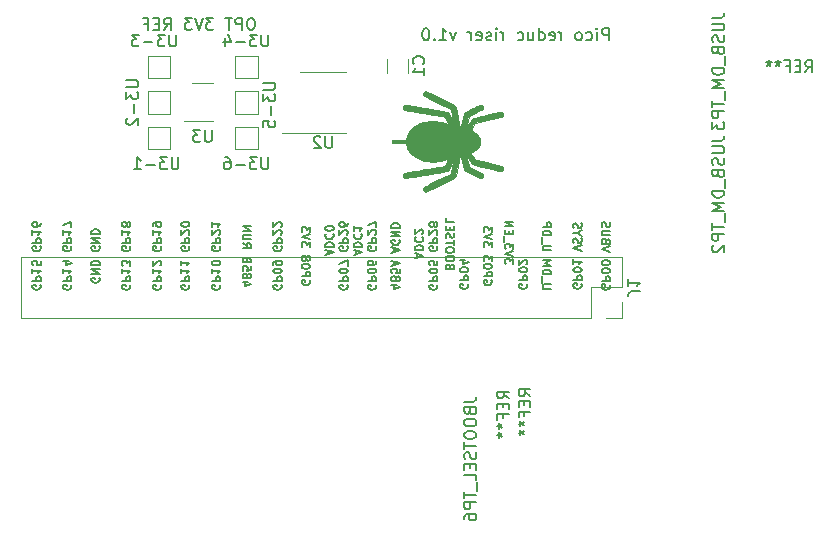
<source format=gbr>
G04 #@! TF.GenerationSoftware,KiCad,Pcbnew,5.1.5+dfsg1-2build2*
G04 #@! TF.CreationDate,2023-09-14T16:19:52+02:00*
G04 #@! TF.ProjectId,CCS_pico_board_2,4343535f-7069-4636-9f5f-626f6172645f,rev?*
G04 #@! TF.SameCoordinates,Original*
G04 #@! TF.FileFunction,Legend,Bot*
G04 #@! TF.FilePolarity,Positive*
%FSLAX46Y46*%
G04 Gerber Fmt 4.6, Leading zero omitted, Abs format (unit mm)*
G04 Created by KiCad (PCBNEW 5.1.5+dfsg1-2build2) date 2023-09-14 16:19:52*
%MOMM*%
%LPD*%
G04 APERTURE LIST*
%ADD10C,0.150000*%
%ADD11C,0.010000*%
%ADD12C,0.120000*%
G04 APERTURE END LIST*
D10*
X51100000Y-79652380D02*
X50909523Y-79652380D01*
X50814285Y-79700000D01*
X50719047Y-79795238D01*
X50671428Y-79985714D01*
X50671428Y-80319047D01*
X50719047Y-80509523D01*
X50814285Y-80604761D01*
X50909523Y-80652380D01*
X51100000Y-80652380D01*
X51195238Y-80604761D01*
X51290476Y-80509523D01*
X51338095Y-80319047D01*
X51338095Y-79985714D01*
X51290476Y-79795238D01*
X51195238Y-79700000D01*
X51100000Y-79652380D01*
X50242857Y-80652380D02*
X50242857Y-79652380D01*
X49861904Y-79652380D01*
X49766666Y-79700000D01*
X49719047Y-79747619D01*
X49671428Y-79842857D01*
X49671428Y-79985714D01*
X49719047Y-80080952D01*
X49766666Y-80128571D01*
X49861904Y-80176190D01*
X50242857Y-80176190D01*
X49385714Y-79652380D02*
X48814285Y-79652380D01*
X49100000Y-80652380D02*
X49100000Y-79652380D01*
X47814285Y-79652380D02*
X47195238Y-79652380D01*
X47528571Y-80033333D01*
X47385714Y-80033333D01*
X47290476Y-80080952D01*
X47242857Y-80128571D01*
X47195238Y-80223809D01*
X47195238Y-80461904D01*
X47242857Y-80557142D01*
X47290476Y-80604761D01*
X47385714Y-80652380D01*
X47671428Y-80652380D01*
X47766666Y-80604761D01*
X47814285Y-80557142D01*
X46909523Y-79652380D02*
X46576190Y-80652380D01*
X46242857Y-79652380D01*
X46004761Y-79652380D02*
X45385714Y-79652380D01*
X45719047Y-80033333D01*
X45576190Y-80033333D01*
X45480952Y-80080952D01*
X45433333Y-80128571D01*
X45385714Y-80223809D01*
X45385714Y-80461904D01*
X45433333Y-80557142D01*
X45480952Y-80604761D01*
X45576190Y-80652380D01*
X45861904Y-80652380D01*
X45957142Y-80604761D01*
X46004761Y-80557142D01*
X43623809Y-80652380D02*
X43957142Y-80176190D01*
X44195238Y-80652380D02*
X44195238Y-79652380D01*
X43814285Y-79652380D01*
X43719047Y-79700000D01*
X43671428Y-79747619D01*
X43623809Y-79842857D01*
X43623809Y-79985714D01*
X43671428Y-80080952D01*
X43719047Y-80128571D01*
X43814285Y-80176190D01*
X44195238Y-80176190D01*
X43195238Y-80128571D02*
X42861904Y-80128571D01*
X42719047Y-80652380D02*
X43195238Y-80652380D01*
X43195238Y-79652380D01*
X42719047Y-79652380D01*
X41957142Y-80128571D02*
X42290476Y-80128571D01*
X42290476Y-80652380D02*
X42290476Y-79652380D01*
X41814285Y-79652380D01*
X81350000Y-102250000D02*
X81383333Y-102316666D01*
X81383333Y-102416666D01*
X81350000Y-102516666D01*
X81283333Y-102583333D01*
X81216666Y-102616666D01*
X81083333Y-102650000D01*
X80983333Y-102650000D01*
X80850000Y-102616666D01*
X80783333Y-102583333D01*
X80716666Y-102516666D01*
X80683333Y-102416666D01*
X80683333Y-102350000D01*
X80716666Y-102250000D01*
X80750000Y-102216666D01*
X80983333Y-102216666D01*
X80983333Y-102350000D01*
X80683333Y-101916666D02*
X81383333Y-101916666D01*
X81383333Y-101650000D01*
X81350000Y-101583333D01*
X81316666Y-101550000D01*
X81250000Y-101516666D01*
X81150000Y-101516666D01*
X81083333Y-101550000D01*
X81050000Y-101583333D01*
X81016666Y-101650000D01*
X81016666Y-101916666D01*
X81383333Y-101083333D02*
X81383333Y-101016666D01*
X81350000Y-100950000D01*
X81316666Y-100916666D01*
X81250000Y-100883333D01*
X81116666Y-100850000D01*
X80950000Y-100850000D01*
X80816666Y-100883333D01*
X80750000Y-100916666D01*
X80716666Y-100950000D01*
X80683333Y-101016666D01*
X80683333Y-101083333D01*
X80716666Y-101150000D01*
X80750000Y-101183333D01*
X80816666Y-101216666D01*
X80950000Y-101250000D01*
X81116666Y-101250000D01*
X81250000Y-101216666D01*
X81316666Y-101183333D01*
X81350000Y-101150000D01*
X81383333Y-101083333D01*
X81383333Y-100416666D02*
X81383333Y-100350000D01*
X81350000Y-100283333D01*
X81316666Y-100250000D01*
X81250000Y-100216666D01*
X81116666Y-100183333D01*
X80950000Y-100183333D01*
X80816666Y-100216666D01*
X80750000Y-100250000D01*
X80716666Y-100283333D01*
X80683333Y-100350000D01*
X80683333Y-100416666D01*
X80716666Y-100483333D01*
X80750000Y-100516666D01*
X80816666Y-100550000D01*
X80950000Y-100583333D01*
X81116666Y-100583333D01*
X81250000Y-100550000D01*
X81316666Y-100516666D01*
X81350000Y-100483333D01*
X81383333Y-100416666D01*
X81383333Y-99450000D02*
X80683333Y-99216666D01*
X81383333Y-98983333D01*
X81050000Y-98516666D02*
X81016666Y-98416666D01*
X80983333Y-98383333D01*
X80916666Y-98350000D01*
X80816666Y-98350000D01*
X80750000Y-98383333D01*
X80716666Y-98416666D01*
X80683333Y-98483333D01*
X80683333Y-98750000D01*
X81383333Y-98750000D01*
X81383333Y-98516666D01*
X81350000Y-98450000D01*
X81316666Y-98416666D01*
X81250000Y-98383333D01*
X81183333Y-98383333D01*
X81116666Y-98416666D01*
X81083333Y-98450000D01*
X81050000Y-98516666D01*
X81050000Y-98750000D01*
X81383333Y-98050000D02*
X80816666Y-98050000D01*
X80750000Y-98016666D01*
X80716666Y-97983333D01*
X80683333Y-97916666D01*
X80683333Y-97783333D01*
X80716666Y-97716666D01*
X80750000Y-97683333D01*
X80816666Y-97650000D01*
X81383333Y-97650000D01*
X80716666Y-97350000D02*
X80683333Y-97250000D01*
X80683333Y-97083333D01*
X80716666Y-97016666D01*
X80750000Y-96983333D01*
X80816666Y-96950000D01*
X80883333Y-96950000D01*
X80950000Y-96983333D01*
X80983333Y-97016666D01*
X81016666Y-97083333D01*
X81050000Y-97216666D01*
X81083333Y-97283333D01*
X81116666Y-97316666D01*
X81183333Y-97350000D01*
X81250000Y-97350000D01*
X81316666Y-97316666D01*
X81350000Y-97283333D01*
X81383333Y-97216666D01*
X81383333Y-97050000D01*
X81350000Y-96950000D01*
X78950000Y-102166666D02*
X78983333Y-102233333D01*
X78983333Y-102333333D01*
X78950000Y-102433333D01*
X78883333Y-102500000D01*
X78816666Y-102533333D01*
X78683333Y-102566666D01*
X78583333Y-102566666D01*
X78450000Y-102533333D01*
X78383333Y-102500000D01*
X78316666Y-102433333D01*
X78283333Y-102333333D01*
X78283333Y-102266666D01*
X78316666Y-102166666D01*
X78350000Y-102133333D01*
X78583333Y-102133333D01*
X78583333Y-102266666D01*
X78283333Y-101833333D02*
X78983333Y-101833333D01*
X78983333Y-101566666D01*
X78950000Y-101500000D01*
X78916666Y-101466666D01*
X78850000Y-101433333D01*
X78750000Y-101433333D01*
X78683333Y-101466666D01*
X78650000Y-101500000D01*
X78616666Y-101566666D01*
X78616666Y-101833333D01*
X78983333Y-101000000D02*
X78983333Y-100933333D01*
X78950000Y-100866666D01*
X78916666Y-100833333D01*
X78850000Y-100800000D01*
X78716666Y-100766666D01*
X78550000Y-100766666D01*
X78416666Y-100800000D01*
X78350000Y-100833333D01*
X78316666Y-100866666D01*
X78283333Y-100933333D01*
X78283333Y-101000000D01*
X78316666Y-101066666D01*
X78350000Y-101100000D01*
X78416666Y-101133333D01*
X78550000Y-101166666D01*
X78716666Y-101166666D01*
X78850000Y-101133333D01*
X78916666Y-101100000D01*
X78950000Y-101066666D01*
X78983333Y-101000000D01*
X78283333Y-100100000D02*
X78283333Y-100500000D01*
X78283333Y-100300000D02*
X78983333Y-100300000D01*
X78883333Y-100366666D01*
X78816666Y-100433333D01*
X78783333Y-100500000D01*
X78983333Y-99366666D02*
X78283333Y-99133333D01*
X78983333Y-98900000D01*
X78316666Y-98700000D02*
X78283333Y-98600000D01*
X78283333Y-98433333D01*
X78316666Y-98366666D01*
X78350000Y-98333333D01*
X78416666Y-98300000D01*
X78483333Y-98300000D01*
X78550000Y-98333333D01*
X78583333Y-98366666D01*
X78616666Y-98433333D01*
X78650000Y-98566666D01*
X78683333Y-98633333D01*
X78716666Y-98666666D01*
X78783333Y-98700000D01*
X78850000Y-98700000D01*
X78916666Y-98666666D01*
X78950000Y-98633333D01*
X78983333Y-98566666D01*
X78983333Y-98400000D01*
X78950000Y-98300000D01*
X78616666Y-97866666D02*
X78283333Y-97866666D01*
X78983333Y-98100000D02*
X78616666Y-97866666D01*
X78983333Y-97633333D01*
X78316666Y-97433333D02*
X78283333Y-97333333D01*
X78283333Y-97166666D01*
X78316666Y-97100000D01*
X78350000Y-97066666D01*
X78416666Y-97033333D01*
X78483333Y-97033333D01*
X78550000Y-97066666D01*
X78583333Y-97100000D01*
X78616666Y-97166666D01*
X78650000Y-97300000D01*
X78683333Y-97366666D01*
X78716666Y-97400000D01*
X78783333Y-97433333D01*
X78850000Y-97433333D01*
X78916666Y-97400000D01*
X78950000Y-97366666D01*
X78983333Y-97300000D01*
X78983333Y-97133333D01*
X78950000Y-97033333D01*
X76383333Y-102616666D02*
X75816666Y-102616666D01*
X75750000Y-102583333D01*
X75716666Y-102550000D01*
X75683333Y-102483333D01*
X75683333Y-102350000D01*
X75716666Y-102283333D01*
X75750000Y-102250000D01*
X75816666Y-102216666D01*
X76383333Y-102216666D01*
X75616666Y-102050000D02*
X75616666Y-101516666D01*
X75683333Y-101350000D02*
X76383333Y-101350000D01*
X76383333Y-101183333D01*
X76350000Y-101083333D01*
X76283333Y-101016666D01*
X76216666Y-100983333D01*
X76083333Y-100950000D01*
X75983333Y-100950000D01*
X75850000Y-100983333D01*
X75783333Y-101016666D01*
X75716666Y-101083333D01*
X75683333Y-101183333D01*
X75683333Y-101350000D01*
X75683333Y-100650000D02*
X76383333Y-100650000D01*
X75883333Y-100416666D01*
X76383333Y-100183333D01*
X75683333Y-100183333D01*
X76383333Y-99316666D02*
X75816666Y-99316666D01*
X75750000Y-99283333D01*
X75716666Y-99250000D01*
X75683333Y-99183333D01*
X75683333Y-99050000D01*
X75716666Y-98983333D01*
X75750000Y-98950000D01*
X75816666Y-98916666D01*
X76383333Y-98916666D01*
X75616666Y-98750000D02*
X75616666Y-98216666D01*
X75683333Y-98050000D02*
X76383333Y-98050000D01*
X76383333Y-97883333D01*
X76350000Y-97783333D01*
X76283333Y-97716666D01*
X76216666Y-97683333D01*
X76083333Y-97650000D01*
X75983333Y-97650000D01*
X75850000Y-97683333D01*
X75783333Y-97716666D01*
X75716666Y-97783333D01*
X75683333Y-97883333D01*
X75683333Y-98050000D01*
X75683333Y-97350000D02*
X76383333Y-97350000D01*
X76383333Y-97083333D01*
X76350000Y-97016666D01*
X76316666Y-96983333D01*
X76250000Y-96950000D01*
X76150000Y-96950000D01*
X76083333Y-96983333D01*
X76050000Y-97016666D01*
X76016666Y-97083333D01*
X76016666Y-97350000D01*
X74350000Y-102169166D02*
X74383333Y-102235833D01*
X74383333Y-102335833D01*
X74350000Y-102435833D01*
X74283333Y-102502500D01*
X74216666Y-102535833D01*
X74083333Y-102569166D01*
X73983333Y-102569166D01*
X73850000Y-102535833D01*
X73783333Y-102502500D01*
X73716666Y-102435833D01*
X73683333Y-102335833D01*
X73683333Y-102269166D01*
X73716666Y-102169166D01*
X73750000Y-102135833D01*
X73983333Y-102135833D01*
X73983333Y-102269166D01*
X73683333Y-101835833D02*
X74383333Y-101835833D01*
X74383333Y-101569166D01*
X74350000Y-101502500D01*
X74316666Y-101469166D01*
X74250000Y-101435833D01*
X74150000Y-101435833D01*
X74083333Y-101469166D01*
X74050000Y-101502500D01*
X74016666Y-101569166D01*
X74016666Y-101835833D01*
X74383333Y-101002500D02*
X74383333Y-100935833D01*
X74350000Y-100869166D01*
X74316666Y-100835833D01*
X74250000Y-100802500D01*
X74116666Y-100769166D01*
X73950000Y-100769166D01*
X73816666Y-100802500D01*
X73750000Y-100835833D01*
X73716666Y-100869166D01*
X73683333Y-100935833D01*
X73683333Y-101002500D01*
X73716666Y-101069166D01*
X73750000Y-101102500D01*
X73816666Y-101135833D01*
X73950000Y-101169166D01*
X74116666Y-101169166D01*
X74250000Y-101135833D01*
X74316666Y-101102500D01*
X74350000Y-101069166D01*
X74383333Y-101002500D01*
X74316666Y-100502500D02*
X74350000Y-100469166D01*
X74383333Y-100402500D01*
X74383333Y-100235833D01*
X74350000Y-100169166D01*
X74316666Y-100135833D01*
X74250000Y-100102500D01*
X74183333Y-100102500D01*
X74083333Y-100135833D01*
X73683333Y-100535833D01*
X73683333Y-100102500D01*
X73183333Y-100469166D02*
X73183333Y-100035833D01*
X72916666Y-100269166D01*
X72916666Y-100169166D01*
X72883333Y-100102500D01*
X72850000Y-100069166D01*
X72783333Y-100035833D01*
X72616666Y-100035833D01*
X72550000Y-100069166D01*
X72516666Y-100102500D01*
X72483333Y-100169166D01*
X72483333Y-100369166D01*
X72516666Y-100435833D01*
X72550000Y-100469166D01*
X73183333Y-99835833D02*
X72483333Y-99602500D01*
X73183333Y-99369166D01*
X73183333Y-99202500D02*
X73183333Y-98769166D01*
X72916666Y-99002500D01*
X72916666Y-98902500D01*
X72883333Y-98835833D01*
X72850000Y-98802500D01*
X72783333Y-98769166D01*
X72616666Y-98769166D01*
X72550000Y-98802500D01*
X72516666Y-98835833D01*
X72483333Y-98902500D01*
X72483333Y-99102500D01*
X72516666Y-99169166D01*
X72550000Y-99202500D01*
X72416666Y-98635833D02*
X72416666Y-98102500D01*
X72850000Y-97935833D02*
X72850000Y-97702500D01*
X72483333Y-97602500D02*
X72483333Y-97935833D01*
X73183333Y-97935833D01*
X73183333Y-97602500D01*
X72483333Y-97302500D02*
X73183333Y-97302500D01*
X72483333Y-96902500D01*
X73183333Y-96902500D01*
X71350000Y-101866666D02*
X71383333Y-101933333D01*
X71383333Y-102033333D01*
X71350000Y-102133333D01*
X71283333Y-102200000D01*
X71216666Y-102233333D01*
X71083333Y-102266666D01*
X70983333Y-102266666D01*
X70850000Y-102233333D01*
X70783333Y-102200000D01*
X70716666Y-102133333D01*
X70683333Y-102033333D01*
X70683333Y-101966666D01*
X70716666Y-101866666D01*
X70750000Y-101833333D01*
X70983333Y-101833333D01*
X70983333Y-101966666D01*
X70683333Y-101533333D02*
X71383333Y-101533333D01*
X71383333Y-101266666D01*
X71350000Y-101200000D01*
X71316666Y-101166666D01*
X71250000Y-101133333D01*
X71150000Y-101133333D01*
X71083333Y-101166666D01*
X71050000Y-101200000D01*
X71016666Y-101266666D01*
X71016666Y-101533333D01*
X71383333Y-100700000D02*
X71383333Y-100633333D01*
X71350000Y-100566666D01*
X71316666Y-100533333D01*
X71250000Y-100500000D01*
X71116666Y-100466666D01*
X70950000Y-100466666D01*
X70816666Y-100500000D01*
X70750000Y-100533333D01*
X70716666Y-100566666D01*
X70683333Y-100633333D01*
X70683333Y-100700000D01*
X70716666Y-100766666D01*
X70750000Y-100800000D01*
X70816666Y-100833333D01*
X70950000Y-100866666D01*
X71116666Y-100866666D01*
X71250000Y-100833333D01*
X71316666Y-100800000D01*
X71350000Y-100766666D01*
X71383333Y-100700000D01*
X71383333Y-100233333D02*
X71383333Y-99800000D01*
X71116666Y-100033333D01*
X71116666Y-99933333D01*
X71083333Y-99866666D01*
X71050000Y-99833333D01*
X70983333Y-99800000D01*
X70816666Y-99800000D01*
X70750000Y-99833333D01*
X70716666Y-99866666D01*
X70683333Y-99933333D01*
X70683333Y-100133333D01*
X70716666Y-100200000D01*
X70750000Y-100233333D01*
X71383333Y-99033333D02*
X71383333Y-98600000D01*
X71116666Y-98833333D01*
X71116666Y-98733333D01*
X71083333Y-98666666D01*
X71050000Y-98633333D01*
X70983333Y-98600000D01*
X70816666Y-98600000D01*
X70750000Y-98633333D01*
X70716666Y-98666666D01*
X70683333Y-98733333D01*
X70683333Y-98933333D01*
X70716666Y-99000000D01*
X70750000Y-99033333D01*
X71383333Y-98400000D02*
X70683333Y-98166666D01*
X71383333Y-97933333D01*
X71383333Y-97766666D02*
X71383333Y-97333333D01*
X71116666Y-97566666D01*
X71116666Y-97466666D01*
X71083333Y-97400000D01*
X71050000Y-97366666D01*
X70983333Y-97333333D01*
X70816666Y-97333333D01*
X70750000Y-97366666D01*
X70716666Y-97400000D01*
X70683333Y-97466666D01*
X70683333Y-97666666D01*
X70716666Y-97733333D01*
X70750000Y-97766666D01*
X69350000Y-102169166D02*
X69383333Y-102235833D01*
X69383333Y-102335833D01*
X69350000Y-102435833D01*
X69283333Y-102502500D01*
X69216666Y-102535833D01*
X69083333Y-102569166D01*
X68983333Y-102569166D01*
X68850000Y-102535833D01*
X68783333Y-102502500D01*
X68716666Y-102435833D01*
X68683333Y-102335833D01*
X68683333Y-102269166D01*
X68716666Y-102169166D01*
X68750000Y-102135833D01*
X68983333Y-102135833D01*
X68983333Y-102269166D01*
X68683333Y-101835833D02*
X69383333Y-101835833D01*
X69383333Y-101569166D01*
X69350000Y-101502500D01*
X69316666Y-101469166D01*
X69250000Y-101435833D01*
X69150000Y-101435833D01*
X69083333Y-101469166D01*
X69050000Y-101502500D01*
X69016666Y-101569166D01*
X69016666Y-101835833D01*
X69383333Y-101002500D02*
X69383333Y-100935833D01*
X69350000Y-100869166D01*
X69316666Y-100835833D01*
X69250000Y-100802500D01*
X69116666Y-100769166D01*
X68950000Y-100769166D01*
X68816666Y-100802500D01*
X68750000Y-100835833D01*
X68716666Y-100869166D01*
X68683333Y-100935833D01*
X68683333Y-101002500D01*
X68716666Y-101069166D01*
X68750000Y-101102500D01*
X68816666Y-101135833D01*
X68950000Y-101169166D01*
X69116666Y-101169166D01*
X69250000Y-101135833D01*
X69316666Y-101102500D01*
X69350000Y-101069166D01*
X69383333Y-101002500D01*
X69150000Y-100169166D02*
X68683333Y-100169166D01*
X69416666Y-100335833D02*
X68916666Y-100502500D01*
X68916666Y-100069166D01*
X67850000Y-100702500D02*
X67816666Y-100602500D01*
X67783333Y-100569166D01*
X67716666Y-100535833D01*
X67616666Y-100535833D01*
X67550000Y-100569166D01*
X67516666Y-100602500D01*
X67483333Y-100669166D01*
X67483333Y-100935833D01*
X68183333Y-100935833D01*
X68183333Y-100702500D01*
X68150000Y-100635833D01*
X68116666Y-100602500D01*
X68050000Y-100569166D01*
X67983333Y-100569166D01*
X67916666Y-100602500D01*
X67883333Y-100635833D01*
X67850000Y-100702500D01*
X67850000Y-100935833D01*
X68183333Y-100102500D02*
X68183333Y-99969166D01*
X68150000Y-99902500D01*
X68083333Y-99835833D01*
X67950000Y-99802500D01*
X67716666Y-99802500D01*
X67583333Y-99835833D01*
X67516666Y-99902500D01*
X67483333Y-99969166D01*
X67483333Y-100102500D01*
X67516666Y-100169166D01*
X67583333Y-100235833D01*
X67716666Y-100269166D01*
X67950000Y-100269166D01*
X68083333Y-100235833D01*
X68150000Y-100169166D01*
X68183333Y-100102500D01*
X68183333Y-99369166D02*
X68183333Y-99235833D01*
X68150000Y-99169166D01*
X68083333Y-99102500D01*
X67950000Y-99069166D01*
X67716666Y-99069166D01*
X67583333Y-99102500D01*
X67516666Y-99169166D01*
X67483333Y-99235833D01*
X67483333Y-99369166D01*
X67516666Y-99435833D01*
X67583333Y-99502500D01*
X67716666Y-99535833D01*
X67950000Y-99535833D01*
X68083333Y-99502500D01*
X68150000Y-99435833D01*
X68183333Y-99369166D01*
X68183333Y-98869166D02*
X68183333Y-98469166D01*
X67483333Y-98669166D02*
X68183333Y-98669166D01*
X67516666Y-98269166D02*
X67483333Y-98169166D01*
X67483333Y-98002500D01*
X67516666Y-97935833D01*
X67550000Y-97902500D01*
X67616666Y-97869166D01*
X67683333Y-97869166D01*
X67750000Y-97902500D01*
X67783333Y-97935833D01*
X67816666Y-98002500D01*
X67850000Y-98135833D01*
X67883333Y-98202500D01*
X67916666Y-98235833D01*
X67983333Y-98269166D01*
X68050000Y-98269166D01*
X68116666Y-98235833D01*
X68150000Y-98202500D01*
X68183333Y-98135833D01*
X68183333Y-97969166D01*
X68150000Y-97869166D01*
X67850000Y-97569166D02*
X67850000Y-97335833D01*
X67483333Y-97235833D02*
X67483333Y-97569166D01*
X68183333Y-97569166D01*
X68183333Y-97235833D01*
X67483333Y-96602500D02*
X67483333Y-96935833D01*
X68183333Y-96935833D01*
X66750000Y-102266666D02*
X66783333Y-102333333D01*
X66783333Y-102433333D01*
X66750000Y-102533333D01*
X66683333Y-102600000D01*
X66616666Y-102633333D01*
X66483333Y-102666666D01*
X66383333Y-102666666D01*
X66250000Y-102633333D01*
X66183333Y-102600000D01*
X66116666Y-102533333D01*
X66083333Y-102433333D01*
X66083333Y-102366666D01*
X66116666Y-102266666D01*
X66150000Y-102233333D01*
X66383333Y-102233333D01*
X66383333Y-102366666D01*
X66083333Y-101933333D02*
X66783333Y-101933333D01*
X66783333Y-101666666D01*
X66750000Y-101600000D01*
X66716666Y-101566666D01*
X66650000Y-101533333D01*
X66550000Y-101533333D01*
X66483333Y-101566666D01*
X66450000Y-101600000D01*
X66416666Y-101666666D01*
X66416666Y-101933333D01*
X66783333Y-101100000D02*
X66783333Y-101033333D01*
X66750000Y-100966666D01*
X66716666Y-100933333D01*
X66650000Y-100900000D01*
X66516666Y-100866666D01*
X66350000Y-100866666D01*
X66216666Y-100900000D01*
X66150000Y-100933333D01*
X66116666Y-100966666D01*
X66083333Y-101033333D01*
X66083333Y-101100000D01*
X66116666Y-101166666D01*
X66150000Y-101200000D01*
X66216666Y-101233333D01*
X66350000Y-101266666D01*
X66516666Y-101266666D01*
X66650000Y-101233333D01*
X66716666Y-101200000D01*
X66750000Y-101166666D01*
X66783333Y-101100000D01*
X66783333Y-100233333D02*
X66783333Y-100566666D01*
X66450000Y-100600000D01*
X66483333Y-100566666D01*
X66516666Y-100500000D01*
X66516666Y-100333333D01*
X66483333Y-100266666D01*
X66450000Y-100233333D01*
X66383333Y-100200000D01*
X66216666Y-100200000D01*
X66150000Y-100233333D01*
X66116666Y-100266666D01*
X66083333Y-100333333D01*
X66083333Y-100500000D01*
X66116666Y-100566666D01*
X66150000Y-100600000D01*
X66750000Y-99000000D02*
X66783333Y-99066666D01*
X66783333Y-99166666D01*
X66750000Y-99266666D01*
X66683333Y-99333333D01*
X66616666Y-99366666D01*
X66483333Y-99400000D01*
X66383333Y-99400000D01*
X66250000Y-99366666D01*
X66183333Y-99333333D01*
X66116666Y-99266666D01*
X66083333Y-99166666D01*
X66083333Y-99100000D01*
X66116666Y-99000000D01*
X66150000Y-98966666D01*
X66383333Y-98966666D01*
X66383333Y-99100000D01*
X66083333Y-98666666D02*
X66783333Y-98666666D01*
X66783333Y-98400000D01*
X66750000Y-98333333D01*
X66716666Y-98300000D01*
X66650000Y-98266666D01*
X66550000Y-98266666D01*
X66483333Y-98300000D01*
X66450000Y-98333333D01*
X66416666Y-98400000D01*
X66416666Y-98666666D01*
X66716666Y-98000000D02*
X66750000Y-97966666D01*
X66783333Y-97900000D01*
X66783333Y-97733333D01*
X66750000Y-97666666D01*
X66716666Y-97633333D01*
X66650000Y-97600000D01*
X66583333Y-97600000D01*
X66483333Y-97633333D01*
X66083333Y-98033333D01*
X66083333Y-97600000D01*
X66483333Y-97200000D02*
X66516666Y-97266666D01*
X66550000Y-97300000D01*
X66616666Y-97333333D01*
X66650000Y-97333333D01*
X66716666Y-97300000D01*
X66750000Y-97266666D01*
X66783333Y-97200000D01*
X66783333Y-97066666D01*
X66750000Y-97000000D01*
X66716666Y-96966666D01*
X66650000Y-96933333D01*
X66616666Y-96933333D01*
X66550000Y-96966666D01*
X66516666Y-97000000D01*
X66483333Y-97066666D01*
X66483333Y-97200000D01*
X66450000Y-97266666D01*
X66416666Y-97300000D01*
X66350000Y-97333333D01*
X66216666Y-97333333D01*
X66150000Y-97300000D01*
X66116666Y-97266666D01*
X66083333Y-97200000D01*
X66083333Y-97066666D01*
X66116666Y-97000000D01*
X66150000Y-96966666D01*
X66216666Y-96933333D01*
X66350000Y-96933333D01*
X66416666Y-96966666D01*
X66450000Y-97000000D01*
X66483333Y-97066666D01*
X65083333Y-99933333D02*
X65083333Y-99600000D01*
X64883333Y-100000000D02*
X65583333Y-99766666D01*
X64883333Y-99533333D01*
X64883333Y-99300000D02*
X65583333Y-99300000D01*
X65583333Y-99133333D01*
X65550000Y-99033333D01*
X65483333Y-98966666D01*
X65416666Y-98933333D01*
X65283333Y-98900000D01*
X65183333Y-98900000D01*
X65050000Y-98933333D01*
X64983333Y-98966666D01*
X64916666Y-99033333D01*
X64883333Y-99133333D01*
X64883333Y-99300000D01*
X64950000Y-98200000D02*
X64916666Y-98233333D01*
X64883333Y-98333333D01*
X64883333Y-98400000D01*
X64916666Y-98500000D01*
X64983333Y-98566666D01*
X65050000Y-98600000D01*
X65183333Y-98633333D01*
X65283333Y-98633333D01*
X65416666Y-98600000D01*
X65483333Y-98566666D01*
X65550000Y-98500000D01*
X65583333Y-98400000D01*
X65583333Y-98333333D01*
X65550000Y-98233333D01*
X65516666Y-98200000D01*
X65516666Y-97933333D02*
X65550000Y-97900000D01*
X65583333Y-97833333D01*
X65583333Y-97666666D01*
X65550000Y-97600000D01*
X65516666Y-97566666D01*
X65450000Y-97533333D01*
X65383333Y-97533333D01*
X65283333Y-97566666D01*
X64883333Y-97966666D01*
X64883333Y-97533333D01*
X63350000Y-102266666D02*
X62883333Y-102266666D01*
X63616666Y-102433333D02*
X63116666Y-102600000D01*
X63116666Y-102166666D01*
X63283333Y-101800000D02*
X63316666Y-101866666D01*
X63350000Y-101900000D01*
X63416666Y-101933333D01*
X63450000Y-101933333D01*
X63516666Y-101900000D01*
X63550000Y-101866666D01*
X63583333Y-101800000D01*
X63583333Y-101666666D01*
X63550000Y-101600000D01*
X63516666Y-101566666D01*
X63450000Y-101533333D01*
X63416666Y-101533333D01*
X63350000Y-101566666D01*
X63316666Y-101600000D01*
X63283333Y-101666666D01*
X63283333Y-101800000D01*
X63250000Y-101866666D01*
X63216666Y-101900000D01*
X63150000Y-101933333D01*
X63016666Y-101933333D01*
X62950000Y-101900000D01*
X62916666Y-101866666D01*
X62883333Y-101800000D01*
X62883333Y-101666666D01*
X62916666Y-101600000D01*
X62950000Y-101566666D01*
X63016666Y-101533333D01*
X63150000Y-101533333D01*
X63216666Y-101566666D01*
X63250000Y-101600000D01*
X63283333Y-101666666D01*
X63583333Y-100900000D02*
X63583333Y-101233333D01*
X63250000Y-101266666D01*
X63283333Y-101233333D01*
X63316666Y-101166666D01*
X63316666Y-101000000D01*
X63283333Y-100933333D01*
X63250000Y-100900000D01*
X63183333Y-100866666D01*
X63016666Y-100866666D01*
X62950000Y-100900000D01*
X62916666Y-100933333D01*
X62883333Y-101000000D01*
X62883333Y-101166666D01*
X62916666Y-101233333D01*
X62950000Y-101266666D01*
X63083333Y-100600000D02*
X63083333Y-100266666D01*
X62883333Y-100666666D02*
X63583333Y-100433333D01*
X62883333Y-100200000D01*
X63083333Y-99466666D02*
X63083333Y-99133333D01*
X62883333Y-99533333D02*
X63583333Y-99300000D01*
X62883333Y-99066666D01*
X63550000Y-98466666D02*
X63583333Y-98533333D01*
X63583333Y-98633333D01*
X63550000Y-98733333D01*
X63483333Y-98800000D01*
X63416666Y-98833333D01*
X63283333Y-98866666D01*
X63183333Y-98866666D01*
X63050000Y-98833333D01*
X62983333Y-98800000D01*
X62916666Y-98733333D01*
X62883333Y-98633333D01*
X62883333Y-98566666D01*
X62916666Y-98466666D01*
X62950000Y-98433333D01*
X63183333Y-98433333D01*
X63183333Y-98566666D01*
X62883333Y-98133333D02*
X63583333Y-98133333D01*
X62883333Y-97733333D01*
X63583333Y-97733333D01*
X62883333Y-97400000D02*
X63583333Y-97400000D01*
X63583333Y-97233333D01*
X63550000Y-97133333D01*
X63483333Y-97066666D01*
X63416666Y-97033333D01*
X63283333Y-97000000D01*
X63183333Y-97000000D01*
X63050000Y-97033333D01*
X62983333Y-97066666D01*
X62916666Y-97133333D01*
X62883333Y-97233333D01*
X62883333Y-97400000D01*
X61550000Y-102266666D02*
X61583333Y-102333333D01*
X61583333Y-102433333D01*
X61550000Y-102533333D01*
X61483333Y-102600000D01*
X61416666Y-102633333D01*
X61283333Y-102666666D01*
X61183333Y-102666666D01*
X61050000Y-102633333D01*
X60983333Y-102600000D01*
X60916666Y-102533333D01*
X60883333Y-102433333D01*
X60883333Y-102366666D01*
X60916666Y-102266666D01*
X60950000Y-102233333D01*
X61183333Y-102233333D01*
X61183333Y-102366666D01*
X60883333Y-101933333D02*
X61583333Y-101933333D01*
X61583333Y-101666666D01*
X61550000Y-101600000D01*
X61516666Y-101566666D01*
X61450000Y-101533333D01*
X61350000Y-101533333D01*
X61283333Y-101566666D01*
X61250000Y-101600000D01*
X61216666Y-101666666D01*
X61216666Y-101933333D01*
X61583333Y-101100000D02*
X61583333Y-101033333D01*
X61550000Y-100966666D01*
X61516666Y-100933333D01*
X61450000Y-100900000D01*
X61316666Y-100866666D01*
X61150000Y-100866666D01*
X61016666Y-100900000D01*
X60950000Y-100933333D01*
X60916666Y-100966666D01*
X60883333Y-101033333D01*
X60883333Y-101100000D01*
X60916666Y-101166666D01*
X60950000Y-101200000D01*
X61016666Y-101233333D01*
X61150000Y-101266666D01*
X61316666Y-101266666D01*
X61450000Y-101233333D01*
X61516666Y-101200000D01*
X61550000Y-101166666D01*
X61583333Y-101100000D01*
X61583333Y-100266666D02*
X61583333Y-100400000D01*
X61550000Y-100466666D01*
X61516666Y-100500000D01*
X61416666Y-100566666D01*
X61283333Y-100600000D01*
X61016666Y-100600000D01*
X60950000Y-100566666D01*
X60916666Y-100533333D01*
X60883333Y-100466666D01*
X60883333Y-100333333D01*
X60916666Y-100266666D01*
X60950000Y-100233333D01*
X61016666Y-100200000D01*
X61183333Y-100200000D01*
X61250000Y-100233333D01*
X61283333Y-100266666D01*
X61316666Y-100333333D01*
X61316666Y-100466666D01*
X61283333Y-100533333D01*
X61250000Y-100566666D01*
X61183333Y-100600000D01*
X61550000Y-99000000D02*
X61583333Y-99066666D01*
X61583333Y-99166666D01*
X61550000Y-99266666D01*
X61483333Y-99333333D01*
X61416666Y-99366666D01*
X61283333Y-99400000D01*
X61183333Y-99400000D01*
X61050000Y-99366666D01*
X60983333Y-99333333D01*
X60916666Y-99266666D01*
X60883333Y-99166666D01*
X60883333Y-99100000D01*
X60916666Y-99000000D01*
X60950000Y-98966666D01*
X61183333Y-98966666D01*
X61183333Y-99100000D01*
X60883333Y-98666666D02*
X61583333Y-98666666D01*
X61583333Y-98400000D01*
X61550000Y-98333333D01*
X61516666Y-98300000D01*
X61450000Y-98266666D01*
X61350000Y-98266666D01*
X61283333Y-98300000D01*
X61250000Y-98333333D01*
X61216666Y-98400000D01*
X61216666Y-98666666D01*
X61516666Y-98000000D02*
X61550000Y-97966666D01*
X61583333Y-97900000D01*
X61583333Y-97733333D01*
X61550000Y-97666666D01*
X61516666Y-97633333D01*
X61450000Y-97600000D01*
X61383333Y-97600000D01*
X61283333Y-97633333D01*
X60883333Y-98033333D01*
X60883333Y-97600000D01*
X61583333Y-97366666D02*
X61583333Y-96900000D01*
X60883333Y-97200000D01*
X59883333Y-99666666D02*
X59883333Y-99333333D01*
X59683333Y-99733333D02*
X60383333Y-99500000D01*
X59683333Y-99266666D01*
X59683333Y-99033333D02*
X60383333Y-99033333D01*
X60383333Y-98866666D01*
X60350000Y-98766666D01*
X60283333Y-98700000D01*
X60216666Y-98666666D01*
X60083333Y-98633333D01*
X59983333Y-98633333D01*
X59850000Y-98666666D01*
X59783333Y-98700000D01*
X59716666Y-98766666D01*
X59683333Y-98866666D01*
X59683333Y-99033333D01*
X59750000Y-97933333D02*
X59716666Y-97966666D01*
X59683333Y-98066666D01*
X59683333Y-98133333D01*
X59716666Y-98233333D01*
X59783333Y-98300000D01*
X59850000Y-98333333D01*
X59983333Y-98366666D01*
X60083333Y-98366666D01*
X60216666Y-98333333D01*
X60283333Y-98300000D01*
X60350000Y-98233333D01*
X60383333Y-98133333D01*
X60383333Y-98066666D01*
X60350000Y-97966666D01*
X60316666Y-97933333D01*
X59683333Y-97266666D02*
X59683333Y-97666666D01*
X59683333Y-97466666D02*
X60383333Y-97466666D01*
X60283333Y-97533333D01*
X60216666Y-97600000D01*
X60183333Y-97666666D01*
X59150000Y-102266666D02*
X59183333Y-102333333D01*
X59183333Y-102433333D01*
X59150000Y-102533333D01*
X59083333Y-102600000D01*
X59016666Y-102633333D01*
X58883333Y-102666666D01*
X58783333Y-102666666D01*
X58650000Y-102633333D01*
X58583333Y-102600000D01*
X58516666Y-102533333D01*
X58483333Y-102433333D01*
X58483333Y-102366666D01*
X58516666Y-102266666D01*
X58550000Y-102233333D01*
X58783333Y-102233333D01*
X58783333Y-102366666D01*
X58483333Y-101933333D02*
X59183333Y-101933333D01*
X59183333Y-101666666D01*
X59150000Y-101600000D01*
X59116666Y-101566666D01*
X59050000Y-101533333D01*
X58950000Y-101533333D01*
X58883333Y-101566666D01*
X58850000Y-101600000D01*
X58816666Y-101666666D01*
X58816666Y-101933333D01*
X59183333Y-101100000D02*
X59183333Y-101033333D01*
X59150000Y-100966666D01*
X59116666Y-100933333D01*
X59050000Y-100900000D01*
X58916666Y-100866666D01*
X58750000Y-100866666D01*
X58616666Y-100900000D01*
X58550000Y-100933333D01*
X58516666Y-100966666D01*
X58483333Y-101033333D01*
X58483333Y-101100000D01*
X58516666Y-101166666D01*
X58550000Y-101200000D01*
X58616666Y-101233333D01*
X58750000Y-101266666D01*
X58916666Y-101266666D01*
X59050000Y-101233333D01*
X59116666Y-101200000D01*
X59150000Y-101166666D01*
X59183333Y-101100000D01*
X59183333Y-100633333D02*
X59183333Y-100166666D01*
X58483333Y-100466666D01*
X59150000Y-99000000D02*
X59183333Y-99066666D01*
X59183333Y-99166666D01*
X59150000Y-99266666D01*
X59083333Y-99333333D01*
X59016666Y-99366666D01*
X58883333Y-99400000D01*
X58783333Y-99400000D01*
X58650000Y-99366666D01*
X58583333Y-99333333D01*
X58516666Y-99266666D01*
X58483333Y-99166666D01*
X58483333Y-99100000D01*
X58516666Y-99000000D01*
X58550000Y-98966666D01*
X58783333Y-98966666D01*
X58783333Y-99100000D01*
X58483333Y-98666666D02*
X59183333Y-98666666D01*
X59183333Y-98400000D01*
X59150000Y-98333333D01*
X59116666Y-98300000D01*
X59050000Y-98266666D01*
X58950000Y-98266666D01*
X58883333Y-98300000D01*
X58850000Y-98333333D01*
X58816666Y-98400000D01*
X58816666Y-98666666D01*
X59116666Y-98000000D02*
X59150000Y-97966666D01*
X59183333Y-97900000D01*
X59183333Y-97733333D01*
X59150000Y-97666666D01*
X59116666Y-97633333D01*
X59050000Y-97600000D01*
X58983333Y-97600000D01*
X58883333Y-97633333D01*
X58483333Y-98033333D01*
X58483333Y-97600000D01*
X59183333Y-97000000D02*
X59183333Y-97133333D01*
X59150000Y-97200000D01*
X59116666Y-97233333D01*
X59016666Y-97300000D01*
X58883333Y-97333333D01*
X58616666Y-97333333D01*
X58550000Y-97300000D01*
X58516666Y-97266666D01*
X58483333Y-97200000D01*
X58483333Y-97066666D01*
X58516666Y-97000000D01*
X58550000Y-96966666D01*
X58616666Y-96933333D01*
X58783333Y-96933333D01*
X58850000Y-96966666D01*
X58883333Y-97000000D01*
X58916666Y-97066666D01*
X58916666Y-97200000D01*
X58883333Y-97266666D01*
X58850000Y-97300000D01*
X58783333Y-97333333D01*
X57483333Y-99666666D02*
X57483333Y-99333333D01*
X57283333Y-99733333D02*
X57983333Y-99500000D01*
X57283333Y-99266666D01*
X57283333Y-99033333D02*
X57983333Y-99033333D01*
X57983333Y-98866666D01*
X57950000Y-98766666D01*
X57883333Y-98700000D01*
X57816666Y-98666666D01*
X57683333Y-98633333D01*
X57583333Y-98633333D01*
X57450000Y-98666666D01*
X57383333Y-98700000D01*
X57316666Y-98766666D01*
X57283333Y-98866666D01*
X57283333Y-99033333D01*
X57350000Y-97933333D02*
X57316666Y-97966666D01*
X57283333Y-98066666D01*
X57283333Y-98133333D01*
X57316666Y-98233333D01*
X57383333Y-98300000D01*
X57450000Y-98333333D01*
X57583333Y-98366666D01*
X57683333Y-98366666D01*
X57816666Y-98333333D01*
X57883333Y-98300000D01*
X57950000Y-98233333D01*
X57983333Y-98133333D01*
X57983333Y-98066666D01*
X57950000Y-97966666D01*
X57916666Y-97933333D01*
X57983333Y-97500000D02*
X57983333Y-97433333D01*
X57950000Y-97366666D01*
X57916666Y-97333333D01*
X57850000Y-97300000D01*
X57716666Y-97266666D01*
X57550000Y-97266666D01*
X57416666Y-97300000D01*
X57350000Y-97333333D01*
X57316666Y-97366666D01*
X57283333Y-97433333D01*
X57283333Y-97500000D01*
X57316666Y-97566666D01*
X57350000Y-97600000D01*
X57416666Y-97633333D01*
X57550000Y-97666666D01*
X57716666Y-97666666D01*
X57850000Y-97633333D01*
X57916666Y-97600000D01*
X57950000Y-97566666D01*
X57983333Y-97500000D01*
X55950000Y-101866666D02*
X55983333Y-101933333D01*
X55983333Y-102033333D01*
X55950000Y-102133333D01*
X55883333Y-102200000D01*
X55816666Y-102233333D01*
X55683333Y-102266666D01*
X55583333Y-102266666D01*
X55450000Y-102233333D01*
X55383333Y-102200000D01*
X55316666Y-102133333D01*
X55283333Y-102033333D01*
X55283333Y-101966666D01*
X55316666Y-101866666D01*
X55350000Y-101833333D01*
X55583333Y-101833333D01*
X55583333Y-101966666D01*
X55283333Y-101533333D02*
X55983333Y-101533333D01*
X55983333Y-101266666D01*
X55950000Y-101200000D01*
X55916666Y-101166666D01*
X55850000Y-101133333D01*
X55750000Y-101133333D01*
X55683333Y-101166666D01*
X55650000Y-101200000D01*
X55616666Y-101266666D01*
X55616666Y-101533333D01*
X55983333Y-100700000D02*
X55983333Y-100633333D01*
X55950000Y-100566666D01*
X55916666Y-100533333D01*
X55850000Y-100500000D01*
X55716666Y-100466666D01*
X55550000Y-100466666D01*
X55416666Y-100500000D01*
X55350000Y-100533333D01*
X55316666Y-100566666D01*
X55283333Y-100633333D01*
X55283333Y-100700000D01*
X55316666Y-100766666D01*
X55350000Y-100800000D01*
X55416666Y-100833333D01*
X55550000Y-100866666D01*
X55716666Y-100866666D01*
X55850000Y-100833333D01*
X55916666Y-100800000D01*
X55950000Y-100766666D01*
X55983333Y-100700000D01*
X55683333Y-100066666D02*
X55716666Y-100133333D01*
X55750000Y-100166666D01*
X55816666Y-100200000D01*
X55850000Y-100200000D01*
X55916666Y-100166666D01*
X55950000Y-100133333D01*
X55983333Y-100066666D01*
X55983333Y-99933333D01*
X55950000Y-99866666D01*
X55916666Y-99833333D01*
X55850000Y-99800000D01*
X55816666Y-99800000D01*
X55750000Y-99833333D01*
X55716666Y-99866666D01*
X55683333Y-99933333D01*
X55683333Y-100066666D01*
X55650000Y-100133333D01*
X55616666Y-100166666D01*
X55550000Y-100200000D01*
X55416666Y-100200000D01*
X55350000Y-100166666D01*
X55316666Y-100133333D01*
X55283333Y-100066666D01*
X55283333Y-99933333D01*
X55316666Y-99866666D01*
X55350000Y-99833333D01*
X55416666Y-99800000D01*
X55550000Y-99800000D01*
X55616666Y-99833333D01*
X55650000Y-99866666D01*
X55683333Y-99933333D01*
X55983333Y-99033333D02*
X55983333Y-98600000D01*
X55716666Y-98833333D01*
X55716666Y-98733333D01*
X55683333Y-98666666D01*
X55650000Y-98633333D01*
X55583333Y-98600000D01*
X55416666Y-98600000D01*
X55350000Y-98633333D01*
X55316666Y-98666666D01*
X55283333Y-98733333D01*
X55283333Y-98933333D01*
X55316666Y-99000000D01*
X55350000Y-99033333D01*
X55983333Y-98400000D02*
X55283333Y-98166666D01*
X55983333Y-97933333D01*
X55983333Y-97766666D02*
X55983333Y-97333333D01*
X55716666Y-97566666D01*
X55716666Y-97466666D01*
X55683333Y-97400000D01*
X55650000Y-97366666D01*
X55583333Y-97333333D01*
X55416666Y-97333333D01*
X55350000Y-97366666D01*
X55316666Y-97400000D01*
X55283333Y-97466666D01*
X55283333Y-97666666D01*
X55316666Y-97733333D01*
X55350000Y-97766666D01*
X53550000Y-102266666D02*
X53583333Y-102333333D01*
X53583333Y-102433333D01*
X53550000Y-102533333D01*
X53483333Y-102600000D01*
X53416666Y-102633333D01*
X53283333Y-102666666D01*
X53183333Y-102666666D01*
X53050000Y-102633333D01*
X52983333Y-102600000D01*
X52916666Y-102533333D01*
X52883333Y-102433333D01*
X52883333Y-102366666D01*
X52916666Y-102266666D01*
X52950000Y-102233333D01*
X53183333Y-102233333D01*
X53183333Y-102366666D01*
X52883333Y-101933333D02*
X53583333Y-101933333D01*
X53583333Y-101666666D01*
X53550000Y-101600000D01*
X53516666Y-101566666D01*
X53450000Y-101533333D01*
X53350000Y-101533333D01*
X53283333Y-101566666D01*
X53250000Y-101600000D01*
X53216666Y-101666666D01*
X53216666Y-101933333D01*
X53583333Y-101100000D02*
X53583333Y-101033333D01*
X53550000Y-100966666D01*
X53516666Y-100933333D01*
X53450000Y-100900000D01*
X53316666Y-100866666D01*
X53150000Y-100866666D01*
X53016666Y-100900000D01*
X52950000Y-100933333D01*
X52916666Y-100966666D01*
X52883333Y-101033333D01*
X52883333Y-101100000D01*
X52916666Y-101166666D01*
X52950000Y-101200000D01*
X53016666Y-101233333D01*
X53150000Y-101266666D01*
X53316666Y-101266666D01*
X53450000Y-101233333D01*
X53516666Y-101200000D01*
X53550000Y-101166666D01*
X53583333Y-101100000D01*
X52883333Y-100533333D02*
X52883333Y-100400000D01*
X52916666Y-100333333D01*
X52950000Y-100300000D01*
X53050000Y-100233333D01*
X53183333Y-100200000D01*
X53450000Y-100200000D01*
X53516666Y-100233333D01*
X53550000Y-100266666D01*
X53583333Y-100333333D01*
X53583333Y-100466666D01*
X53550000Y-100533333D01*
X53516666Y-100566666D01*
X53450000Y-100600000D01*
X53283333Y-100600000D01*
X53216666Y-100566666D01*
X53183333Y-100533333D01*
X53150000Y-100466666D01*
X53150000Y-100333333D01*
X53183333Y-100266666D01*
X53216666Y-100233333D01*
X53283333Y-100200000D01*
X53550000Y-99000000D02*
X53583333Y-99066666D01*
X53583333Y-99166666D01*
X53550000Y-99266666D01*
X53483333Y-99333333D01*
X53416666Y-99366666D01*
X53283333Y-99400000D01*
X53183333Y-99400000D01*
X53050000Y-99366666D01*
X52983333Y-99333333D01*
X52916666Y-99266666D01*
X52883333Y-99166666D01*
X52883333Y-99100000D01*
X52916666Y-99000000D01*
X52950000Y-98966666D01*
X53183333Y-98966666D01*
X53183333Y-99100000D01*
X52883333Y-98666666D02*
X53583333Y-98666666D01*
X53583333Y-98400000D01*
X53550000Y-98333333D01*
X53516666Y-98300000D01*
X53450000Y-98266666D01*
X53350000Y-98266666D01*
X53283333Y-98300000D01*
X53250000Y-98333333D01*
X53216666Y-98400000D01*
X53216666Y-98666666D01*
X53516666Y-98000000D02*
X53550000Y-97966666D01*
X53583333Y-97900000D01*
X53583333Y-97733333D01*
X53550000Y-97666666D01*
X53516666Y-97633333D01*
X53450000Y-97600000D01*
X53383333Y-97600000D01*
X53283333Y-97633333D01*
X52883333Y-98033333D01*
X52883333Y-97600000D01*
X53516666Y-97333333D02*
X53550000Y-97300000D01*
X53583333Y-97233333D01*
X53583333Y-97066666D01*
X53550000Y-97000000D01*
X53516666Y-96966666D01*
X53450000Y-96933333D01*
X53383333Y-96933333D01*
X53283333Y-96966666D01*
X52883333Y-97366666D01*
X52883333Y-96933333D01*
X50750000Y-102033333D02*
X50283333Y-102033333D01*
X51016666Y-102200000D02*
X50516666Y-102366666D01*
X50516666Y-101933333D01*
X50683333Y-101566666D02*
X50716666Y-101633333D01*
X50750000Y-101666666D01*
X50816666Y-101700000D01*
X50850000Y-101700000D01*
X50916666Y-101666666D01*
X50950000Y-101633333D01*
X50983333Y-101566666D01*
X50983333Y-101433333D01*
X50950000Y-101366666D01*
X50916666Y-101333333D01*
X50850000Y-101300000D01*
X50816666Y-101300000D01*
X50750000Y-101333333D01*
X50716666Y-101366666D01*
X50683333Y-101433333D01*
X50683333Y-101566666D01*
X50650000Y-101633333D01*
X50616666Y-101666666D01*
X50550000Y-101700000D01*
X50416666Y-101700000D01*
X50350000Y-101666666D01*
X50316666Y-101633333D01*
X50283333Y-101566666D01*
X50283333Y-101433333D01*
X50316666Y-101366666D01*
X50350000Y-101333333D01*
X50416666Y-101300000D01*
X50550000Y-101300000D01*
X50616666Y-101333333D01*
X50650000Y-101366666D01*
X50683333Y-101433333D01*
X50983333Y-100666666D02*
X50983333Y-101000000D01*
X50650000Y-101033333D01*
X50683333Y-101000000D01*
X50716666Y-100933333D01*
X50716666Y-100766666D01*
X50683333Y-100700000D01*
X50650000Y-100666666D01*
X50583333Y-100633333D01*
X50416666Y-100633333D01*
X50350000Y-100666666D01*
X50316666Y-100700000D01*
X50283333Y-100766666D01*
X50283333Y-100933333D01*
X50316666Y-101000000D01*
X50350000Y-101033333D01*
X50650000Y-100100000D02*
X50616666Y-100000000D01*
X50583333Y-99966666D01*
X50516666Y-99933333D01*
X50416666Y-99933333D01*
X50350000Y-99966666D01*
X50316666Y-100000000D01*
X50283333Y-100066666D01*
X50283333Y-100333333D01*
X50983333Y-100333333D01*
X50983333Y-100100000D01*
X50950000Y-100033333D01*
X50916666Y-100000000D01*
X50850000Y-99966666D01*
X50783333Y-99966666D01*
X50716666Y-100000000D01*
X50683333Y-100033333D01*
X50650000Y-100100000D01*
X50650000Y-100333333D01*
X50283333Y-98700000D02*
X50616666Y-98933333D01*
X50283333Y-99100000D02*
X50983333Y-99100000D01*
X50983333Y-98833333D01*
X50950000Y-98766666D01*
X50916666Y-98733333D01*
X50850000Y-98700000D01*
X50750000Y-98700000D01*
X50683333Y-98733333D01*
X50650000Y-98766666D01*
X50616666Y-98833333D01*
X50616666Y-99100000D01*
X50983333Y-98400000D02*
X50416666Y-98400000D01*
X50350000Y-98366666D01*
X50316666Y-98333333D01*
X50283333Y-98266666D01*
X50283333Y-98133333D01*
X50316666Y-98066666D01*
X50350000Y-98033333D01*
X50416666Y-98000000D01*
X50983333Y-98000000D01*
X50283333Y-97666666D02*
X50983333Y-97666666D01*
X50283333Y-97266666D01*
X50983333Y-97266666D01*
X48350000Y-102266666D02*
X48383333Y-102333333D01*
X48383333Y-102433333D01*
X48350000Y-102533333D01*
X48283333Y-102600000D01*
X48216666Y-102633333D01*
X48083333Y-102666666D01*
X47983333Y-102666666D01*
X47850000Y-102633333D01*
X47783333Y-102600000D01*
X47716666Y-102533333D01*
X47683333Y-102433333D01*
X47683333Y-102366666D01*
X47716666Y-102266666D01*
X47750000Y-102233333D01*
X47983333Y-102233333D01*
X47983333Y-102366666D01*
X47683333Y-101933333D02*
X48383333Y-101933333D01*
X48383333Y-101666666D01*
X48350000Y-101600000D01*
X48316666Y-101566666D01*
X48250000Y-101533333D01*
X48150000Y-101533333D01*
X48083333Y-101566666D01*
X48050000Y-101600000D01*
X48016666Y-101666666D01*
X48016666Y-101933333D01*
X47683333Y-100866666D02*
X47683333Y-101266666D01*
X47683333Y-101066666D02*
X48383333Y-101066666D01*
X48283333Y-101133333D01*
X48216666Y-101200000D01*
X48183333Y-101266666D01*
X48383333Y-100433333D02*
X48383333Y-100366666D01*
X48350000Y-100300000D01*
X48316666Y-100266666D01*
X48250000Y-100233333D01*
X48116666Y-100200000D01*
X47950000Y-100200000D01*
X47816666Y-100233333D01*
X47750000Y-100266666D01*
X47716666Y-100300000D01*
X47683333Y-100366666D01*
X47683333Y-100433333D01*
X47716666Y-100500000D01*
X47750000Y-100533333D01*
X47816666Y-100566666D01*
X47950000Y-100600000D01*
X48116666Y-100600000D01*
X48250000Y-100566666D01*
X48316666Y-100533333D01*
X48350000Y-100500000D01*
X48383333Y-100433333D01*
X48350000Y-99000000D02*
X48383333Y-99066666D01*
X48383333Y-99166666D01*
X48350000Y-99266666D01*
X48283333Y-99333333D01*
X48216666Y-99366666D01*
X48083333Y-99400000D01*
X47983333Y-99400000D01*
X47850000Y-99366666D01*
X47783333Y-99333333D01*
X47716666Y-99266666D01*
X47683333Y-99166666D01*
X47683333Y-99100000D01*
X47716666Y-99000000D01*
X47750000Y-98966666D01*
X47983333Y-98966666D01*
X47983333Y-99100000D01*
X47683333Y-98666666D02*
X48383333Y-98666666D01*
X48383333Y-98400000D01*
X48350000Y-98333333D01*
X48316666Y-98300000D01*
X48250000Y-98266666D01*
X48150000Y-98266666D01*
X48083333Y-98300000D01*
X48050000Y-98333333D01*
X48016666Y-98400000D01*
X48016666Y-98666666D01*
X48316666Y-98000000D02*
X48350000Y-97966666D01*
X48383333Y-97900000D01*
X48383333Y-97733333D01*
X48350000Y-97666666D01*
X48316666Y-97633333D01*
X48250000Y-97600000D01*
X48183333Y-97600000D01*
X48083333Y-97633333D01*
X47683333Y-98033333D01*
X47683333Y-97600000D01*
X47683333Y-96933333D02*
X47683333Y-97333333D01*
X47683333Y-97133333D02*
X48383333Y-97133333D01*
X48283333Y-97200000D01*
X48216666Y-97266666D01*
X48183333Y-97333333D01*
X45750000Y-102266666D02*
X45783333Y-102333333D01*
X45783333Y-102433333D01*
X45750000Y-102533333D01*
X45683333Y-102600000D01*
X45616666Y-102633333D01*
X45483333Y-102666666D01*
X45383333Y-102666666D01*
X45250000Y-102633333D01*
X45183333Y-102600000D01*
X45116666Y-102533333D01*
X45083333Y-102433333D01*
X45083333Y-102366666D01*
X45116666Y-102266666D01*
X45150000Y-102233333D01*
X45383333Y-102233333D01*
X45383333Y-102366666D01*
X45083333Y-101933333D02*
X45783333Y-101933333D01*
X45783333Y-101666666D01*
X45750000Y-101600000D01*
X45716666Y-101566666D01*
X45650000Y-101533333D01*
X45550000Y-101533333D01*
X45483333Y-101566666D01*
X45450000Y-101600000D01*
X45416666Y-101666666D01*
X45416666Y-101933333D01*
X45083333Y-100866666D02*
X45083333Y-101266666D01*
X45083333Y-101066666D02*
X45783333Y-101066666D01*
X45683333Y-101133333D01*
X45616666Y-101200000D01*
X45583333Y-101266666D01*
X45083333Y-100200000D02*
X45083333Y-100600000D01*
X45083333Y-100400000D02*
X45783333Y-100400000D01*
X45683333Y-100466666D01*
X45616666Y-100533333D01*
X45583333Y-100600000D01*
X45750000Y-99000000D02*
X45783333Y-99066666D01*
X45783333Y-99166666D01*
X45750000Y-99266666D01*
X45683333Y-99333333D01*
X45616666Y-99366666D01*
X45483333Y-99400000D01*
X45383333Y-99400000D01*
X45250000Y-99366666D01*
X45183333Y-99333333D01*
X45116666Y-99266666D01*
X45083333Y-99166666D01*
X45083333Y-99100000D01*
X45116666Y-99000000D01*
X45150000Y-98966666D01*
X45383333Y-98966666D01*
X45383333Y-99100000D01*
X45083333Y-98666666D02*
X45783333Y-98666666D01*
X45783333Y-98400000D01*
X45750000Y-98333333D01*
X45716666Y-98300000D01*
X45650000Y-98266666D01*
X45550000Y-98266666D01*
X45483333Y-98300000D01*
X45450000Y-98333333D01*
X45416666Y-98400000D01*
X45416666Y-98666666D01*
X45716666Y-98000000D02*
X45750000Y-97966666D01*
X45783333Y-97900000D01*
X45783333Y-97733333D01*
X45750000Y-97666666D01*
X45716666Y-97633333D01*
X45650000Y-97600000D01*
X45583333Y-97600000D01*
X45483333Y-97633333D01*
X45083333Y-98033333D01*
X45083333Y-97600000D01*
X45783333Y-97166666D02*
X45783333Y-97100000D01*
X45750000Y-97033333D01*
X45716666Y-97000000D01*
X45650000Y-96966666D01*
X45516666Y-96933333D01*
X45350000Y-96933333D01*
X45216666Y-96966666D01*
X45150000Y-97000000D01*
X45116666Y-97033333D01*
X45083333Y-97100000D01*
X45083333Y-97166666D01*
X45116666Y-97233333D01*
X45150000Y-97266666D01*
X45216666Y-97300000D01*
X45350000Y-97333333D01*
X45516666Y-97333333D01*
X45650000Y-97300000D01*
X45716666Y-97266666D01*
X45750000Y-97233333D01*
X45783333Y-97166666D01*
X43350000Y-102266666D02*
X43383333Y-102333333D01*
X43383333Y-102433333D01*
X43350000Y-102533333D01*
X43283333Y-102600000D01*
X43216666Y-102633333D01*
X43083333Y-102666666D01*
X42983333Y-102666666D01*
X42850000Y-102633333D01*
X42783333Y-102600000D01*
X42716666Y-102533333D01*
X42683333Y-102433333D01*
X42683333Y-102366666D01*
X42716666Y-102266666D01*
X42750000Y-102233333D01*
X42983333Y-102233333D01*
X42983333Y-102366666D01*
X42683333Y-101933333D02*
X43383333Y-101933333D01*
X43383333Y-101666666D01*
X43350000Y-101600000D01*
X43316666Y-101566666D01*
X43250000Y-101533333D01*
X43150000Y-101533333D01*
X43083333Y-101566666D01*
X43050000Y-101600000D01*
X43016666Y-101666666D01*
X43016666Y-101933333D01*
X42683333Y-100866666D02*
X42683333Y-101266666D01*
X42683333Y-101066666D02*
X43383333Y-101066666D01*
X43283333Y-101133333D01*
X43216666Y-101200000D01*
X43183333Y-101266666D01*
X43316666Y-100600000D02*
X43350000Y-100566666D01*
X43383333Y-100500000D01*
X43383333Y-100333333D01*
X43350000Y-100266666D01*
X43316666Y-100233333D01*
X43250000Y-100200000D01*
X43183333Y-100200000D01*
X43083333Y-100233333D01*
X42683333Y-100633333D01*
X42683333Y-100200000D01*
X43350000Y-99000000D02*
X43383333Y-99066666D01*
X43383333Y-99166666D01*
X43350000Y-99266666D01*
X43283333Y-99333333D01*
X43216666Y-99366666D01*
X43083333Y-99400000D01*
X42983333Y-99400000D01*
X42850000Y-99366666D01*
X42783333Y-99333333D01*
X42716666Y-99266666D01*
X42683333Y-99166666D01*
X42683333Y-99100000D01*
X42716666Y-99000000D01*
X42750000Y-98966666D01*
X42983333Y-98966666D01*
X42983333Y-99100000D01*
X42683333Y-98666666D02*
X43383333Y-98666666D01*
X43383333Y-98400000D01*
X43350000Y-98333333D01*
X43316666Y-98300000D01*
X43250000Y-98266666D01*
X43150000Y-98266666D01*
X43083333Y-98300000D01*
X43050000Y-98333333D01*
X43016666Y-98400000D01*
X43016666Y-98666666D01*
X42683333Y-97600000D02*
X42683333Y-98000000D01*
X42683333Y-97800000D02*
X43383333Y-97800000D01*
X43283333Y-97866666D01*
X43216666Y-97933333D01*
X43183333Y-98000000D01*
X42683333Y-97266666D02*
X42683333Y-97133333D01*
X42716666Y-97066666D01*
X42750000Y-97033333D01*
X42850000Y-96966666D01*
X42983333Y-96933333D01*
X43250000Y-96933333D01*
X43316666Y-96966666D01*
X43350000Y-97000000D01*
X43383333Y-97066666D01*
X43383333Y-97200000D01*
X43350000Y-97266666D01*
X43316666Y-97300000D01*
X43250000Y-97333333D01*
X43083333Y-97333333D01*
X43016666Y-97300000D01*
X42983333Y-97266666D01*
X42950000Y-97200000D01*
X42950000Y-97066666D01*
X42983333Y-97000000D01*
X43016666Y-96966666D01*
X43083333Y-96933333D01*
X40750000Y-102266666D02*
X40783333Y-102333333D01*
X40783333Y-102433333D01*
X40750000Y-102533333D01*
X40683333Y-102600000D01*
X40616666Y-102633333D01*
X40483333Y-102666666D01*
X40383333Y-102666666D01*
X40250000Y-102633333D01*
X40183333Y-102600000D01*
X40116666Y-102533333D01*
X40083333Y-102433333D01*
X40083333Y-102366666D01*
X40116666Y-102266666D01*
X40150000Y-102233333D01*
X40383333Y-102233333D01*
X40383333Y-102366666D01*
X40083333Y-101933333D02*
X40783333Y-101933333D01*
X40783333Y-101666666D01*
X40750000Y-101600000D01*
X40716666Y-101566666D01*
X40650000Y-101533333D01*
X40550000Y-101533333D01*
X40483333Y-101566666D01*
X40450000Y-101600000D01*
X40416666Y-101666666D01*
X40416666Y-101933333D01*
X40083333Y-100866666D02*
X40083333Y-101266666D01*
X40083333Y-101066666D02*
X40783333Y-101066666D01*
X40683333Y-101133333D01*
X40616666Y-101200000D01*
X40583333Y-101266666D01*
X40783333Y-100633333D02*
X40783333Y-100200000D01*
X40516666Y-100433333D01*
X40516666Y-100333333D01*
X40483333Y-100266666D01*
X40450000Y-100233333D01*
X40383333Y-100200000D01*
X40216666Y-100200000D01*
X40150000Y-100233333D01*
X40116666Y-100266666D01*
X40083333Y-100333333D01*
X40083333Y-100533333D01*
X40116666Y-100600000D01*
X40150000Y-100633333D01*
X40750000Y-99000000D02*
X40783333Y-99066666D01*
X40783333Y-99166666D01*
X40750000Y-99266666D01*
X40683333Y-99333333D01*
X40616666Y-99366666D01*
X40483333Y-99400000D01*
X40383333Y-99400000D01*
X40250000Y-99366666D01*
X40183333Y-99333333D01*
X40116666Y-99266666D01*
X40083333Y-99166666D01*
X40083333Y-99100000D01*
X40116666Y-99000000D01*
X40150000Y-98966666D01*
X40383333Y-98966666D01*
X40383333Y-99100000D01*
X40083333Y-98666666D02*
X40783333Y-98666666D01*
X40783333Y-98400000D01*
X40750000Y-98333333D01*
X40716666Y-98300000D01*
X40650000Y-98266666D01*
X40550000Y-98266666D01*
X40483333Y-98300000D01*
X40450000Y-98333333D01*
X40416666Y-98400000D01*
X40416666Y-98666666D01*
X40083333Y-97600000D02*
X40083333Y-98000000D01*
X40083333Y-97800000D02*
X40783333Y-97800000D01*
X40683333Y-97866666D01*
X40616666Y-97933333D01*
X40583333Y-98000000D01*
X40483333Y-97200000D02*
X40516666Y-97266666D01*
X40550000Y-97300000D01*
X40616666Y-97333333D01*
X40650000Y-97333333D01*
X40716666Y-97300000D01*
X40750000Y-97266666D01*
X40783333Y-97200000D01*
X40783333Y-97066666D01*
X40750000Y-97000000D01*
X40716666Y-96966666D01*
X40650000Y-96933333D01*
X40616666Y-96933333D01*
X40550000Y-96966666D01*
X40516666Y-97000000D01*
X40483333Y-97066666D01*
X40483333Y-97200000D01*
X40450000Y-97266666D01*
X40416666Y-97300000D01*
X40350000Y-97333333D01*
X40216666Y-97333333D01*
X40150000Y-97300000D01*
X40116666Y-97266666D01*
X40083333Y-97200000D01*
X40083333Y-97066666D01*
X40116666Y-97000000D01*
X40150000Y-96966666D01*
X40216666Y-96933333D01*
X40350000Y-96933333D01*
X40416666Y-96966666D01*
X40450000Y-97000000D01*
X40483333Y-97066666D01*
X38150000Y-101666666D02*
X38183333Y-101733333D01*
X38183333Y-101833333D01*
X38150000Y-101933333D01*
X38083333Y-102000000D01*
X38016666Y-102033333D01*
X37883333Y-102066666D01*
X37783333Y-102066666D01*
X37650000Y-102033333D01*
X37583333Y-102000000D01*
X37516666Y-101933333D01*
X37483333Y-101833333D01*
X37483333Y-101766666D01*
X37516666Y-101666666D01*
X37550000Y-101633333D01*
X37783333Y-101633333D01*
X37783333Y-101766666D01*
X37483333Y-101333333D02*
X38183333Y-101333333D01*
X37483333Y-100933333D01*
X38183333Y-100933333D01*
X37483333Y-100600000D02*
X38183333Y-100600000D01*
X38183333Y-100433333D01*
X38150000Y-100333333D01*
X38083333Y-100266666D01*
X38016666Y-100233333D01*
X37883333Y-100200000D01*
X37783333Y-100200000D01*
X37650000Y-100233333D01*
X37583333Y-100266666D01*
X37516666Y-100333333D01*
X37483333Y-100433333D01*
X37483333Y-100600000D01*
X38150000Y-99000000D02*
X38183333Y-99066666D01*
X38183333Y-99166666D01*
X38150000Y-99266666D01*
X38083333Y-99333333D01*
X38016666Y-99366666D01*
X37883333Y-99400000D01*
X37783333Y-99400000D01*
X37650000Y-99366666D01*
X37583333Y-99333333D01*
X37516666Y-99266666D01*
X37483333Y-99166666D01*
X37483333Y-99100000D01*
X37516666Y-99000000D01*
X37550000Y-98966666D01*
X37783333Y-98966666D01*
X37783333Y-99100000D01*
X37483333Y-98666666D02*
X38183333Y-98666666D01*
X37483333Y-98266666D01*
X38183333Y-98266666D01*
X37483333Y-97933333D02*
X38183333Y-97933333D01*
X38183333Y-97766666D01*
X38150000Y-97666666D01*
X38083333Y-97600000D01*
X38016666Y-97566666D01*
X37883333Y-97533333D01*
X37783333Y-97533333D01*
X37650000Y-97566666D01*
X37583333Y-97600000D01*
X37516666Y-97666666D01*
X37483333Y-97766666D01*
X37483333Y-97933333D01*
X35750000Y-102266666D02*
X35783333Y-102333333D01*
X35783333Y-102433333D01*
X35750000Y-102533333D01*
X35683333Y-102600000D01*
X35616666Y-102633333D01*
X35483333Y-102666666D01*
X35383333Y-102666666D01*
X35250000Y-102633333D01*
X35183333Y-102600000D01*
X35116666Y-102533333D01*
X35083333Y-102433333D01*
X35083333Y-102366666D01*
X35116666Y-102266666D01*
X35150000Y-102233333D01*
X35383333Y-102233333D01*
X35383333Y-102366666D01*
X35083333Y-101933333D02*
X35783333Y-101933333D01*
X35783333Y-101666666D01*
X35750000Y-101600000D01*
X35716666Y-101566666D01*
X35650000Y-101533333D01*
X35550000Y-101533333D01*
X35483333Y-101566666D01*
X35450000Y-101600000D01*
X35416666Y-101666666D01*
X35416666Y-101933333D01*
X35083333Y-100866666D02*
X35083333Y-101266666D01*
X35083333Y-101066666D02*
X35783333Y-101066666D01*
X35683333Y-101133333D01*
X35616666Y-101200000D01*
X35583333Y-101266666D01*
X35550000Y-100266666D02*
X35083333Y-100266666D01*
X35816666Y-100433333D02*
X35316666Y-100600000D01*
X35316666Y-100166666D01*
X35750000Y-99000000D02*
X35783333Y-99066666D01*
X35783333Y-99166666D01*
X35750000Y-99266666D01*
X35683333Y-99333333D01*
X35616666Y-99366666D01*
X35483333Y-99400000D01*
X35383333Y-99400000D01*
X35250000Y-99366666D01*
X35183333Y-99333333D01*
X35116666Y-99266666D01*
X35083333Y-99166666D01*
X35083333Y-99100000D01*
X35116666Y-99000000D01*
X35150000Y-98966666D01*
X35383333Y-98966666D01*
X35383333Y-99100000D01*
X35083333Y-98666666D02*
X35783333Y-98666666D01*
X35783333Y-98400000D01*
X35750000Y-98333333D01*
X35716666Y-98300000D01*
X35650000Y-98266666D01*
X35550000Y-98266666D01*
X35483333Y-98300000D01*
X35450000Y-98333333D01*
X35416666Y-98400000D01*
X35416666Y-98666666D01*
X35083333Y-97600000D02*
X35083333Y-98000000D01*
X35083333Y-97800000D02*
X35783333Y-97800000D01*
X35683333Y-97866666D01*
X35616666Y-97933333D01*
X35583333Y-98000000D01*
X35783333Y-97366666D02*
X35783333Y-96900000D01*
X35083333Y-97200000D01*
X33150000Y-102266666D02*
X33183333Y-102333333D01*
X33183333Y-102433333D01*
X33150000Y-102533333D01*
X33083333Y-102600000D01*
X33016666Y-102633333D01*
X32883333Y-102666666D01*
X32783333Y-102666666D01*
X32650000Y-102633333D01*
X32583333Y-102600000D01*
X32516666Y-102533333D01*
X32483333Y-102433333D01*
X32483333Y-102366666D01*
X32516666Y-102266666D01*
X32550000Y-102233333D01*
X32783333Y-102233333D01*
X32783333Y-102366666D01*
X32483333Y-101933333D02*
X33183333Y-101933333D01*
X33183333Y-101666666D01*
X33150000Y-101600000D01*
X33116666Y-101566666D01*
X33050000Y-101533333D01*
X32950000Y-101533333D01*
X32883333Y-101566666D01*
X32850000Y-101600000D01*
X32816666Y-101666666D01*
X32816666Y-101933333D01*
X32483333Y-100866666D02*
X32483333Y-101266666D01*
X32483333Y-101066666D02*
X33183333Y-101066666D01*
X33083333Y-101133333D01*
X33016666Y-101200000D01*
X32983333Y-101266666D01*
X33183333Y-100233333D02*
X33183333Y-100566666D01*
X32850000Y-100600000D01*
X32883333Y-100566666D01*
X32916666Y-100500000D01*
X32916666Y-100333333D01*
X32883333Y-100266666D01*
X32850000Y-100233333D01*
X32783333Y-100200000D01*
X32616666Y-100200000D01*
X32550000Y-100233333D01*
X32516666Y-100266666D01*
X32483333Y-100333333D01*
X32483333Y-100500000D01*
X32516666Y-100566666D01*
X32550000Y-100600000D01*
X33150000Y-99000000D02*
X33183333Y-99066666D01*
X33183333Y-99166666D01*
X33150000Y-99266666D01*
X33083333Y-99333333D01*
X33016666Y-99366666D01*
X32883333Y-99400000D01*
X32783333Y-99400000D01*
X32650000Y-99366666D01*
X32583333Y-99333333D01*
X32516666Y-99266666D01*
X32483333Y-99166666D01*
X32483333Y-99100000D01*
X32516666Y-99000000D01*
X32550000Y-98966666D01*
X32783333Y-98966666D01*
X32783333Y-99100000D01*
X32483333Y-98666666D02*
X33183333Y-98666666D01*
X33183333Y-98400000D01*
X33150000Y-98333333D01*
X33116666Y-98300000D01*
X33050000Y-98266666D01*
X32950000Y-98266666D01*
X32883333Y-98300000D01*
X32850000Y-98333333D01*
X32816666Y-98400000D01*
X32816666Y-98666666D01*
X32483333Y-97600000D02*
X32483333Y-98000000D01*
X32483333Y-97800000D02*
X33183333Y-97800000D01*
X33083333Y-97866666D01*
X33016666Y-97933333D01*
X32983333Y-98000000D01*
X33183333Y-97000000D02*
X33183333Y-97133333D01*
X33150000Y-97200000D01*
X33116666Y-97233333D01*
X33016666Y-97300000D01*
X32883333Y-97333333D01*
X32616666Y-97333333D01*
X32550000Y-97300000D01*
X32516666Y-97266666D01*
X32483333Y-97200000D01*
X32483333Y-97066666D01*
X32516666Y-97000000D01*
X32550000Y-96966666D01*
X32616666Y-96933333D01*
X32783333Y-96933333D01*
X32850000Y-96966666D01*
X32883333Y-97000000D01*
X32916666Y-97066666D01*
X32916666Y-97200000D01*
X32883333Y-97266666D01*
X32850000Y-97300000D01*
X32783333Y-97333333D01*
X81277142Y-81532380D02*
X81277142Y-80532380D01*
X80896190Y-80532380D01*
X80800952Y-80580000D01*
X80753333Y-80627619D01*
X80705714Y-80722857D01*
X80705714Y-80865714D01*
X80753333Y-80960952D01*
X80800952Y-81008571D01*
X80896190Y-81056190D01*
X81277142Y-81056190D01*
X80277142Y-81532380D02*
X80277142Y-80865714D01*
X80277142Y-80532380D02*
X80324761Y-80580000D01*
X80277142Y-80627619D01*
X80229523Y-80580000D01*
X80277142Y-80532380D01*
X80277142Y-80627619D01*
X79372380Y-81484761D02*
X79467619Y-81532380D01*
X79658095Y-81532380D01*
X79753333Y-81484761D01*
X79800952Y-81437142D01*
X79848571Y-81341904D01*
X79848571Y-81056190D01*
X79800952Y-80960952D01*
X79753333Y-80913333D01*
X79658095Y-80865714D01*
X79467619Y-80865714D01*
X79372380Y-80913333D01*
X78800952Y-81532380D02*
X78896190Y-81484761D01*
X78943809Y-81437142D01*
X78991428Y-81341904D01*
X78991428Y-81056190D01*
X78943809Y-80960952D01*
X78896190Y-80913333D01*
X78800952Y-80865714D01*
X78658095Y-80865714D01*
X78562857Y-80913333D01*
X78515238Y-80960952D01*
X78467619Y-81056190D01*
X78467619Y-81341904D01*
X78515238Y-81437142D01*
X78562857Y-81484761D01*
X78658095Y-81532380D01*
X78800952Y-81532380D01*
X77277142Y-81532380D02*
X77277142Y-80865714D01*
X77277142Y-81056190D02*
X77229523Y-80960952D01*
X77181904Y-80913333D01*
X77086666Y-80865714D01*
X76991428Y-80865714D01*
X76277142Y-81484761D02*
X76372380Y-81532380D01*
X76562857Y-81532380D01*
X76658095Y-81484761D01*
X76705714Y-81389523D01*
X76705714Y-81008571D01*
X76658095Y-80913333D01*
X76562857Y-80865714D01*
X76372380Y-80865714D01*
X76277142Y-80913333D01*
X76229523Y-81008571D01*
X76229523Y-81103809D01*
X76705714Y-81199047D01*
X75372380Y-81532380D02*
X75372380Y-80532380D01*
X75372380Y-81484761D02*
X75467619Y-81532380D01*
X75658095Y-81532380D01*
X75753333Y-81484761D01*
X75800952Y-81437142D01*
X75848571Y-81341904D01*
X75848571Y-81056190D01*
X75800952Y-80960952D01*
X75753333Y-80913333D01*
X75658095Y-80865714D01*
X75467619Y-80865714D01*
X75372380Y-80913333D01*
X74467619Y-80865714D02*
X74467619Y-81532380D01*
X74896190Y-80865714D02*
X74896190Y-81389523D01*
X74848571Y-81484761D01*
X74753333Y-81532380D01*
X74610476Y-81532380D01*
X74515238Y-81484761D01*
X74467619Y-81437142D01*
X73562857Y-81484761D02*
X73658095Y-81532380D01*
X73848571Y-81532380D01*
X73943809Y-81484761D01*
X73991428Y-81437142D01*
X74039047Y-81341904D01*
X74039047Y-81056190D01*
X73991428Y-80960952D01*
X73943809Y-80913333D01*
X73848571Y-80865714D01*
X73658095Y-80865714D01*
X73562857Y-80913333D01*
X72372380Y-81532380D02*
X72372380Y-80865714D01*
X72372380Y-81056190D02*
X72324761Y-80960952D01*
X72277142Y-80913333D01*
X72181904Y-80865714D01*
X72086666Y-80865714D01*
X71753333Y-81532380D02*
X71753333Y-80865714D01*
X71753333Y-80532380D02*
X71800952Y-80580000D01*
X71753333Y-80627619D01*
X71705714Y-80580000D01*
X71753333Y-80532380D01*
X71753333Y-80627619D01*
X71324761Y-81484761D02*
X71229523Y-81532380D01*
X71039047Y-81532380D01*
X70943809Y-81484761D01*
X70896190Y-81389523D01*
X70896190Y-81341904D01*
X70943809Y-81246666D01*
X71039047Y-81199047D01*
X71181904Y-81199047D01*
X71277142Y-81151428D01*
X71324761Y-81056190D01*
X71324761Y-81008571D01*
X71277142Y-80913333D01*
X71181904Y-80865714D01*
X71039047Y-80865714D01*
X70943809Y-80913333D01*
X70086666Y-81484761D02*
X70181904Y-81532380D01*
X70372380Y-81532380D01*
X70467619Y-81484761D01*
X70515238Y-81389523D01*
X70515238Y-81008571D01*
X70467619Y-80913333D01*
X70372380Y-80865714D01*
X70181904Y-80865714D01*
X70086666Y-80913333D01*
X70039047Y-81008571D01*
X70039047Y-81103809D01*
X70515238Y-81199047D01*
X69610476Y-81532380D02*
X69610476Y-80865714D01*
X69610476Y-81056190D02*
X69562857Y-80960952D01*
X69515238Y-80913333D01*
X69420000Y-80865714D01*
X69324761Y-80865714D01*
X68324761Y-80865714D02*
X68086666Y-81532380D01*
X67848571Y-80865714D01*
X66943809Y-81532380D02*
X67515238Y-81532380D01*
X67229523Y-81532380D02*
X67229523Y-80532380D01*
X67324761Y-80675238D01*
X67420000Y-80770476D01*
X67515238Y-80818095D01*
X66515238Y-81437142D02*
X66467619Y-81484761D01*
X66515238Y-81532380D01*
X66562857Y-81484761D01*
X66515238Y-81437142D01*
X66515238Y-81532380D01*
X65848571Y-80532380D02*
X65753333Y-80532380D01*
X65658095Y-80580000D01*
X65610476Y-80627619D01*
X65562857Y-80722857D01*
X65515238Y-80913333D01*
X65515238Y-81151428D01*
X65562857Y-81341904D01*
X65610476Y-81437142D01*
X65658095Y-81484761D01*
X65753333Y-81532380D01*
X65848571Y-81532380D01*
X65943809Y-81484761D01*
X65991428Y-81437142D01*
X66039047Y-81341904D01*
X66086666Y-81151428D01*
X66086666Y-80913333D01*
X66039047Y-80722857D01*
X65991428Y-80627619D01*
X65943809Y-80580000D01*
X65848571Y-80532380D01*
D11*
G36*
X64094933Y-90215875D02*
G01*
X64114632Y-90330968D01*
X64162553Y-90523060D01*
X64239520Y-90707134D01*
X64346255Y-90884495D01*
X64483480Y-91056451D01*
X64560560Y-91137624D01*
X64694504Y-91262746D01*
X64828099Y-91367728D01*
X64971923Y-91460076D01*
X65136556Y-91547297D01*
X65140937Y-91549432D01*
X65399408Y-91657873D01*
X65670847Y-91739276D01*
X65951535Y-91793615D01*
X66237755Y-91820863D01*
X66525788Y-91820995D01*
X66811916Y-91793984D01*
X67092421Y-91739803D01*
X67363584Y-91658427D01*
X67586411Y-91566704D01*
X67644423Y-91540215D01*
X67689820Y-91520814D01*
X67716345Y-91511102D01*
X67720625Y-91510861D01*
X67713912Y-91525830D01*
X67695357Y-91564397D01*
X67667338Y-91621773D01*
X67632231Y-91693167D01*
X67592414Y-91773790D01*
X67550262Y-91858851D01*
X67508154Y-91943560D01*
X67468465Y-92023128D01*
X67433573Y-92092764D01*
X67405854Y-92147679D01*
X67387686Y-92183081D01*
X67381505Y-92194276D01*
X67365884Y-92197104D01*
X67320973Y-92204823D01*
X67248797Y-92217091D01*
X67151382Y-92233569D01*
X67030754Y-92253915D01*
X66888937Y-92277788D01*
X66727959Y-92304849D01*
X66549845Y-92334756D01*
X66356620Y-92367168D01*
X66150309Y-92401745D01*
X65932940Y-92438146D01*
X65706536Y-92476030D01*
X65696562Y-92477698D01*
X65406710Y-92526354D01*
X65141159Y-92571288D01*
X64900638Y-92612371D01*
X64685877Y-92649474D01*
X64497604Y-92682466D01*
X64336549Y-92711218D01*
X64203441Y-92735600D01*
X64099010Y-92755482D01*
X64023985Y-92770736D01*
X63979095Y-92781230D01*
X63966187Y-92785563D01*
X63929174Y-92817074D01*
X63893191Y-92865228D01*
X63881854Y-92885668D01*
X63855821Y-92964757D01*
X63860593Y-93037980D01*
X63896565Y-93108042D01*
X63918223Y-93134100D01*
X63954289Y-93168301D01*
X63990621Y-93186420D01*
X64041488Y-93194927D01*
X64054853Y-93196060D01*
X64079941Y-93195503D01*
X64124607Y-93191293D01*
X64189925Y-93183264D01*
X64276967Y-93171247D01*
X64386806Y-93155078D01*
X64520516Y-93134588D01*
X64679169Y-93109612D01*
X64863838Y-93079983D01*
X65075597Y-93045534D01*
X65315519Y-93006098D01*
X65584676Y-92961509D01*
X65853019Y-92916799D01*
X66122039Y-92871899D01*
X66361588Y-92831919D01*
X66573499Y-92796475D01*
X66759606Y-92765183D01*
X66921742Y-92737660D01*
X67061739Y-92713523D01*
X67181431Y-92692387D01*
X67282652Y-92673870D01*
X67367234Y-92657588D01*
X67437010Y-92643157D01*
X67493814Y-92630194D01*
X67539478Y-92618315D01*
X67575837Y-92607136D01*
X67604723Y-92596275D01*
X67627968Y-92585348D01*
X67647408Y-92573971D01*
X67664873Y-92561760D01*
X67682199Y-92548332D01*
X67701217Y-92533303D01*
X67706863Y-92528935D01*
X67720759Y-92509773D01*
X67746468Y-92466123D01*
X67781815Y-92402000D01*
X67824628Y-92321420D01*
X67872733Y-92228399D01*
X67918133Y-92138605D01*
X67967942Y-92039673D01*
X68013107Y-91951134D01*
X68051715Y-91876643D01*
X68081854Y-91819856D01*
X68101610Y-91784431D01*
X68109002Y-91773874D01*
X68107316Y-91790221D01*
X68099999Y-91834031D01*
X68087736Y-91901654D01*
X68071212Y-91989437D01*
X68051111Y-92093730D01*
X68028117Y-92210879D01*
X68010257Y-92300625D01*
X67905988Y-92821688D01*
X66782845Y-93383626D01*
X66571968Y-93489132D01*
X66387650Y-93581474D01*
X66228082Y-93661748D01*
X66091455Y-93731050D01*
X65975961Y-93790474D01*
X65879791Y-93841116D01*
X65801136Y-93884073D01*
X65738187Y-93920438D01*
X65689136Y-93951309D01*
X65652173Y-93977780D01*
X65625490Y-94000948D01*
X65607278Y-94021906D01*
X65595728Y-94041752D01*
X65589032Y-94061581D01*
X65585380Y-94082488D01*
X65582964Y-94105569D01*
X65582458Y-94110668D01*
X65588731Y-94191787D01*
X65621980Y-94261837D01*
X65678010Y-94315798D01*
X65752627Y-94348649D01*
X65786318Y-94354707D01*
X65799894Y-94355546D01*
X65815352Y-94354478D01*
X65834598Y-94350618D01*
X65859535Y-94343078D01*
X65892070Y-94330970D01*
X65934108Y-94313409D01*
X65987554Y-94289507D01*
X66054312Y-94258376D01*
X66136288Y-94219130D01*
X66235387Y-94170883D01*
X66353515Y-94112746D01*
X66492576Y-94043833D01*
X66654475Y-93963256D01*
X66841118Y-93870130D01*
X67033392Y-93774070D01*
X68210896Y-93185592D01*
X68335096Y-93017812D01*
X68505023Y-92160562D01*
X68537025Y-91999349D01*
X68567352Y-91847023D01*
X68595413Y-91706520D01*
X68620618Y-91580771D01*
X68642377Y-91472709D01*
X68660101Y-91385268D01*
X68673199Y-91321381D01*
X68681081Y-91283981D01*
X68683045Y-91275531D01*
X68691219Y-91254025D01*
X68700327Y-91245415D01*
X68711080Y-91251749D01*
X68724194Y-91275074D01*
X68740381Y-91317437D01*
X68760354Y-91380888D01*
X68784827Y-91467472D01*
X68814513Y-91579238D01*
X68850126Y-91718234D01*
X68883465Y-91850822D01*
X68922260Y-92005383D01*
X68954541Y-92132280D01*
X68981273Y-92234706D01*
X69003423Y-92315851D01*
X69021956Y-92378909D01*
X69037839Y-92427072D01*
X69052037Y-92463531D01*
X69065517Y-92491480D01*
X69079244Y-92514109D01*
X69087853Y-92526263D01*
X69102447Y-92544709D01*
X69119386Y-92562363D01*
X69141422Y-92580797D01*
X69171307Y-92601585D01*
X69211792Y-92626298D01*
X69265630Y-92656508D01*
X69335572Y-92693789D01*
X69424371Y-92739713D01*
X69534777Y-92795851D01*
X69669544Y-92863778D01*
X69744020Y-92901195D01*
X69890632Y-92974756D01*
X70011757Y-93035275D01*
X70110269Y-93083987D01*
X70189038Y-93122129D01*
X70250937Y-93150934D01*
X70298839Y-93171641D01*
X70335614Y-93185484D01*
X70364136Y-93193698D01*
X70387277Y-93197521D01*
X70407907Y-93198187D01*
X70428901Y-93196932D01*
X70430965Y-93196763D01*
X70493215Y-93186637D01*
X70538086Y-93165193D01*
X70561103Y-93145911D01*
X70605663Y-93084028D01*
X70628379Y-93010372D01*
X70628628Y-92934065D01*
X70605788Y-92864225D01*
X70582574Y-92831220D01*
X70562386Y-92817267D01*
X70517006Y-92791008D01*
X70449716Y-92754184D01*
X70363799Y-92708536D01*
X70262537Y-92655804D01*
X70149213Y-92597728D01*
X70027108Y-92536049D01*
X70004906Y-92524926D01*
X69455501Y-92250038D01*
X69344058Y-91804456D01*
X69315853Y-91690916D01*
X69290668Y-91588045D01*
X69269411Y-91499673D01*
X69252988Y-91429629D01*
X69242309Y-91381741D01*
X69238281Y-91359841D01*
X69238422Y-91358875D01*
X69248539Y-91371458D01*
X69273767Y-91406760D01*
X69311567Y-91461112D01*
X69359397Y-91530841D01*
X69414717Y-91612276D01*
X69449935Y-91664468D01*
X69531684Y-91783879D01*
X69598680Y-91877169D01*
X69652000Y-91945739D01*
X69692720Y-91990991D01*
X69716042Y-92010744D01*
X69734450Y-92020398D01*
X69765408Y-92032530D01*
X69810731Y-92047632D01*
X69872232Y-92066195D01*
X69951725Y-92088711D01*
X70051026Y-92115673D01*
X70171948Y-92147571D01*
X70316304Y-92184897D01*
X70485911Y-92228143D01*
X70682580Y-92277802D01*
X70908128Y-92334364D01*
X70931266Y-92340150D01*
X71118546Y-92386784D01*
X71297926Y-92431083D01*
X71466864Y-92472444D01*
X71622822Y-92510260D01*
X71763260Y-92543928D01*
X71885637Y-92572843D01*
X71987414Y-92596400D01*
X72066051Y-92613994D01*
X72119008Y-92625020D01*
X72143744Y-92628874D01*
X72143826Y-92628874D01*
X72211621Y-92615562D01*
X72275924Y-92580498D01*
X72324391Y-92530992D01*
X72332697Y-92517005D01*
X72354664Y-92444716D01*
X72352624Y-92368188D01*
X72329002Y-92296162D01*
X72286222Y-92237384D01*
X72247400Y-92209428D01*
X72224381Y-92201572D01*
X72173184Y-92186789D01*
X72096454Y-92165769D01*
X71996838Y-92139203D01*
X71876978Y-92107782D01*
X71739521Y-92072197D01*
X71587112Y-92033138D01*
X71422395Y-91991296D01*
X71248015Y-91947362D01*
X71147354Y-91922159D01*
X70968344Y-91877427D01*
X70797183Y-91834633D01*
X70636556Y-91794448D01*
X70489149Y-91757547D01*
X70357648Y-91724601D01*
X70244737Y-91696285D01*
X70153102Y-91673270D01*
X70085429Y-91656230D01*
X70044404Y-91645839D01*
X70034190Y-91643206D01*
X70012080Y-91635698D01*
X69991158Y-91623270D01*
X69968295Y-91602222D01*
X69940359Y-91568857D01*
X69904221Y-91519480D01*
X69856748Y-91450391D01*
X69802950Y-91370111D01*
X69749196Y-91289356D01*
X69701143Y-91216968D01*
X69661710Y-91157360D01*
X69633817Y-91114947D01*
X69620384Y-91094142D01*
X69619997Y-91093503D01*
X69626785Y-91074937D01*
X69664040Y-91047861D01*
X69708068Y-91023951D01*
X69855380Y-90939450D01*
X69992989Y-90840919D01*
X70115675Y-90733019D01*
X70218215Y-90620407D01*
X70295388Y-90507744D01*
X70303786Y-90492394D01*
X70366413Y-90343067D01*
X70398331Y-90192109D01*
X70400379Y-90041463D01*
X70373396Y-89893071D01*
X70318220Y-89748877D01*
X70235692Y-89610823D01*
X70126649Y-89480853D01*
X69991931Y-89360908D01*
X69832376Y-89252932D01*
X69748532Y-89206605D01*
X69684296Y-89172416D01*
X69644581Y-89148114D01*
X69625083Y-89130270D01*
X69621500Y-89115456D01*
X69624516Y-89107782D01*
X69637845Y-89086598D01*
X69665975Y-89043747D01*
X69705855Y-88983816D01*
X69754430Y-88911389D01*
X69808649Y-88831056D01*
X69811171Y-88827331D01*
X69982812Y-88573850D01*
X71102000Y-88294382D01*
X71285811Y-88248340D01*
X71461211Y-88204128D01*
X71625672Y-88162400D01*
X71776666Y-88123810D01*
X71911665Y-88089014D01*
X72028144Y-88058664D01*
X72123574Y-88033416D01*
X72195428Y-88013923D01*
X72241178Y-88000839D01*
X72257755Y-87995193D01*
X72307182Y-87951830D01*
X72340207Y-87889189D01*
X72354911Y-87816244D01*
X72349375Y-87741972D01*
X72325017Y-87680614D01*
X72272019Y-87622771D01*
X72200524Y-87588506D01*
X72138632Y-87580158D01*
X72113709Y-87583891D01*
X72060566Y-87594839D01*
X71981754Y-87612395D01*
X71879823Y-87635951D01*
X71757324Y-87664898D01*
X71616808Y-87698629D01*
X71460826Y-87736536D01*
X71291929Y-87778011D01*
X71112666Y-87822447D01*
X70927375Y-87868788D01*
X70699087Y-87926276D01*
X70499852Y-87976783D01*
X70327864Y-88020803D01*
X70181317Y-88058825D01*
X70058405Y-88091342D01*
X69957322Y-88118845D01*
X69876264Y-88141826D01*
X69813423Y-88160777D01*
X69766995Y-88176189D01*
X69735173Y-88188553D01*
X69716152Y-88198362D01*
X69715703Y-88198660D01*
X69684468Y-88226229D01*
X69642220Y-88274922D01*
X69587690Y-88346387D01*
X69519613Y-88442274D01*
X69449599Y-88545031D01*
X69391125Y-88631685D01*
X69338631Y-88708797D01*
X69294656Y-88772695D01*
X69261739Y-88819705D01*
X69242417Y-88846153D01*
X69238422Y-88850625D01*
X69240632Y-88835873D01*
X69249722Y-88794170D01*
X69264783Y-88729346D01*
X69284908Y-88645229D01*
X69309190Y-88545649D01*
X69336719Y-88434436D01*
X69344058Y-88405044D01*
X69455500Y-87959464D01*
X69996969Y-87689066D01*
X70119773Y-87627350D01*
X70234700Y-87568847D01*
X70338380Y-87515330D01*
X70427442Y-87468568D01*
X70498517Y-87430334D01*
X70548233Y-87402399D01*
X70573222Y-87386535D01*
X70574334Y-87385586D01*
X70616070Y-87327818D01*
X70632852Y-87260120D01*
X70626912Y-87188959D01*
X70600483Y-87120807D01*
X70555797Y-87062132D01*
X70495086Y-87019403D01*
X70441981Y-87002008D01*
X70425578Y-86999867D01*
X70407418Y-87000408D01*
X70384755Y-87004829D01*
X70354840Y-87014324D01*
X70314928Y-87030092D01*
X70262272Y-87053328D01*
X70194125Y-87085228D01*
X70107741Y-87126989D01*
X70000373Y-87179808D01*
X69869274Y-87244879D01*
X69764162Y-87297240D01*
X69609407Y-87374555D01*
X69480500Y-87439536D01*
X69374785Y-87493841D01*
X69289608Y-87539127D01*
X69222314Y-87577051D01*
X69170250Y-87609269D01*
X69130760Y-87637439D01*
X69101191Y-87663218D01*
X69078887Y-87688262D01*
X69061194Y-87714229D01*
X69045458Y-87742776D01*
X69043139Y-87747312D01*
X69035784Y-87769457D01*
X69021793Y-87818859D01*
X69002100Y-87891944D01*
X68977643Y-87985137D01*
X68949358Y-88094861D01*
X68918183Y-88217542D01*
X68885055Y-88349604D01*
X68879874Y-88370406D01*
X68839554Y-88531245D01*
X68805675Y-88663201D01*
X68777521Y-88768324D01*
X68754376Y-88848665D01*
X68735524Y-88906272D01*
X68720250Y-88943197D01*
X68707836Y-88961489D01*
X68697568Y-88963197D01*
X68688730Y-88950373D01*
X68683045Y-88933968D01*
X68678512Y-88913546D01*
X68668415Y-88864909D01*
X68653345Y-88790990D01*
X68633892Y-88694723D01*
X68610646Y-88579040D01*
X68584196Y-88446874D01*
X68555133Y-88301158D01*
X68524047Y-88144827D01*
X68505023Y-88048937D01*
X68335096Y-87191687D01*
X68211148Y-87024241D01*
X67037241Y-86437245D01*
X66821005Y-86329121D01*
X66631292Y-86234376D01*
X66466203Y-86152238D01*
X66323842Y-86081931D01*
X66202309Y-86022682D01*
X66099709Y-85973715D01*
X66014142Y-85934258D01*
X65943712Y-85903534D01*
X65886520Y-85880771D01*
X65840670Y-85865193D01*
X65804262Y-85856026D01*
X65775400Y-85852497D01*
X65752186Y-85853830D01*
X65732722Y-85859251D01*
X65715111Y-85867986D01*
X65697454Y-85879260D01*
X65687003Y-85886285D01*
X65628347Y-85942266D01*
X65592582Y-86012187D01*
X65581260Y-86088473D01*
X65595928Y-86163548D01*
X65620950Y-86209239D01*
X65635816Y-86222184D01*
X65667825Y-86243048D01*
X65718190Y-86272470D01*
X65788124Y-86311088D01*
X65878840Y-86359540D01*
X65991553Y-86418463D01*
X66127475Y-86488496D01*
X66287819Y-86570276D01*
X66473800Y-86664441D01*
X66686630Y-86771629D01*
X66777920Y-86817475D01*
X67903187Y-87382187D01*
X68008945Y-87906062D01*
X68033932Y-88030381D01*
X68056627Y-88144353D01*
X68076326Y-88244358D01*
X68092326Y-88326778D01*
X68103921Y-88387994D01*
X68110408Y-88424387D01*
X68111508Y-88433207D01*
X68103888Y-88420514D01*
X68084081Y-88383080D01*
X68053986Y-88324620D01*
X68015502Y-88248846D01*
X67970528Y-88159473D01*
X67926375Y-88071089D01*
X67870339Y-87958935D01*
X67825878Y-87871432D01*
X67790597Y-87804720D01*
X67762099Y-87754940D01*
X67737989Y-87718232D01*
X67715871Y-87690736D01*
X67693349Y-87668594D01*
X67668026Y-87647945D01*
X67659795Y-87641668D01*
X67575153Y-87577635D01*
X65826232Y-87285981D01*
X65546417Y-87239385D01*
X65296296Y-87197888D01*
X65074265Y-87161245D01*
X64878723Y-87129210D01*
X64708065Y-87101538D01*
X64560689Y-87077982D01*
X64434992Y-87058299D01*
X64329371Y-87042241D01*
X64242223Y-87029563D01*
X64171945Y-87020020D01*
X64116934Y-87013367D01*
X64075587Y-87009356D01*
X64046300Y-87007744D01*
X64027472Y-87008284D01*
X64020993Y-87009410D01*
X63956228Y-87041286D01*
X63900173Y-87095241D01*
X63862803Y-87161628D01*
X63862378Y-87162833D01*
X63854574Y-87227479D01*
X63869444Y-87296872D01*
X63902393Y-87362091D01*
X63948828Y-87414214D01*
X64004157Y-87444321D01*
X64007809Y-87445269D01*
X64028336Y-87449065D01*
X64078091Y-87457693D01*
X64154977Y-87470803D01*
X64256899Y-87488042D01*
X64381760Y-87509059D01*
X64527465Y-87533504D01*
X64691916Y-87561024D01*
X64873018Y-87591270D01*
X65068675Y-87623889D01*
X65276791Y-87658530D01*
X65495268Y-87694843D01*
X65709718Y-87730436D01*
X65935285Y-87767891D01*
X66151937Y-87803947D01*
X66357631Y-87838261D01*
X66550325Y-87870487D01*
X66727977Y-87900282D01*
X66888544Y-87927301D01*
X67029983Y-87951200D01*
X67150253Y-87971634D01*
X67247312Y-87988260D01*
X67319116Y-88000732D01*
X67363624Y-88008707D01*
X67378786Y-88011822D01*
X67387640Y-88027696D01*
X67407993Y-88067075D01*
X67437465Y-88125170D01*
X67473677Y-88197190D01*
X67514248Y-88278345D01*
X67556798Y-88363845D01*
X67598949Y-88448899D01*
X67638320Y-88528719D01*
X67672532Y-88598513D01*
X67699204Y-88653491D01*
X67715957Y-88688863D01*
X67720625Y-88699896D01*
X67707797Y-88697648D01*
X67674228Y-88683695D01*
X67628997Y-88661953D01*
X67395691Y-88559389D01*
X67147437Y-88480172D01*
X66881279Y-88423519D01*
X66595060Y-88388715D01*
X66336992Y-88380470D01*
X66076160Y-88396468D01*
X65816995Y-88435472D01*
X65563926Y-88496246D01*
X65321382Y-88577552D01*
X65093793Y-88678154D01*
X64885589Y-88796813D01*
X64728187Y-88910124D01*
X64598322Y-89026089D01*
X64474904Y-89158136D01*
X64363922Y-89298801D01*
X64271366Y-89440616D01*
X64214158Y-89550884D01*
X64188982Y-89613969D01*
X64163045Y-89690955D01*
X64138822Y-89772954D01*
X64118788Y-89851076D01*
X64105417Y-89916432D01*
X64101125Y-89956959D01*
X64101125Y-89993625D01*
X62958125Y-89993625D01*
X62958125Y-90215875D01*
X64094933Y-90215875D01*
G37*
X64094933Y-90215875D02*
X64114632Y-90330968D01*
X64162553Y-90523060D01*
X64239520Y-90707134D01*
X64346255Y-90884495D01*
X64483480Y-91056451D01*
X64560560Y-91137624D01*
X64694504Y-91262746D01*
X64828099Y-91367728D01*
X64971923Y-91460076D01*
X65136556Y-91547297D01*
X65140937Y-91549432D01*
X65399408Y-91657873D01*
X65670847Y-91739276D01*
X65951535Y-91793615D01*
X66237755Y-91820863D01*
X66525788Y-91820995D01*
X66811916Y-91793984D01*
X67092421Y-91739803D01*
X67363584Y-91658427D01*
X67586411Y-91566704D01*
X67644423Y-91540215D01*
X67689820Y-91520814D01*
X67716345Y-91511102D01*
X67720625Y-91510861D01*
X67713912Y-91525830D01*
X67695357Y-91564397D01*
X67667338Y-91621773D01*
X67632231Y-91693167D01*
X67592414Y-91773790D01*
X67550262Y-91858851D01*
X67508154Y-91943560D01*
X67468465Y-92023128D01*
X67433573Y-92092764D01*
X67405854Y-92147679D01*
X67387686Y-92183081D01*
X67381505Y-92194276D01*
X67365884Y-92197104D01*
X67320973Y-92204823D01*
X67248797Y-92217091D01*
X67151382Y-92233569D01*
X67030754Y-92253915D01*
X66888937Y-92277788D01*
X66727959Y-92304849D01*
X66549845Y-92334756D01*
X66356620Y-92367168D01*
X66150309Y-92401745D01*
X65932940Y-92438146D01*
X65706536Y-92476030D01*
X65696562Y-92477698D01*
X65406710Y-92526354D01*
X65141159Y-92571288D01*
X64900638Y-92612371D01*
X64685877Y-92649474D01*
X64497604Y-92682466D01*
X64336549Y-92711218D01*
X64203441Y-92735600D01*
X64099010Y-92755482D01*
X64023985Y-92770736D01*
X63979095Y-92781230D01*
X63966187Y-92785563D01*
X63929174Y-92817074D01*
X63893191Y-92865228D01*
X63881854Y-92885668D01*
X63855821Y-92964757D01*
X63860593Y-93037980D01*
X63896565Y-93108042D01*
X63918223Y-93134100D01*
X63954289Y-93168301D01*
X63990621Y-93186420D01*
X64041488Y-93194927D01*
X64054853Y-93196060D01*
X64079941Y-93195503D01*
X64124607Y-93191293D01*
X64189925Y-93183264D01*
X64276967Y-93171247D01*
X64386806Y-93155078D01*
X64520516Y-93134588D01*
X64679169Y-93109612D01*
X64863838Y-93079983D01*
X65075597Y-93045534D01*
X65315519Y-93006098D01*
X65584676Y-92961509D01*
X65853019Y-92916799D01*
X66122039Y-92871899D01*
X66361588Y-92831919D01*
X66573499Y-92796475D01*
X66759606Y-92765183D01*
X66921742Y-92737660D01*
X67061739Y-92713523D01*
X67181431Y-92692387D01*
X67282652Y-92673870D01*
X67367234Y-92657588D01*
X67437010Y-92643157D01*
X67493814Y-92630194D01*
X67539478Y-92618315D01*
X67575837Y-92607136D01*
X67604723Y-92596275D01*
X67627968Y-92585348D01*
X67647408Y-92573971D01*
X67664873Y-92561760D01*
X67682199Y-92548332D01*
X67701217Y-92533303D01*
X67706863Y-92528935D01*
X67720759Y-92509773D01*
X67746468Y-92466123D01*
X67781815Y-92402000D01*
X67824628Y-92321420D01*
X67872733Y-92228399D01*
X67918133Y-92138605D01*
X67967942Y-92039673D01*
X68013107Y-91951134D01*
X68051715Y-91876643D01*
X68081854Y-91819856D01*
X68101610Y-91784431D01*
X68109002Y-91773874D01*
X68107316Y-91790221D01*
X68099999Y-91834031D01*
X68087736Y-91901654D01*
X68071212Y-91989437D01*
X68051111Y-92093730D01*
X68028117Y-92210879D01*
X68010257Y-92300625D01*
X67905988Y-92821688D01*
X66782845Y-93383626D01*
X66571968Y-93489132D01*
X66387650Y-93581474D01*
X66228082Y-93661748D01*
X66091455Y-93731050D01*
X65975961Y-93790474D01*
X65879791Y-93841116D01*
X65801136Y-93884073D01*
X65738187Y-93920438D01*
X65689136Y-93951309D01*
X65652173Y-93977780D01*
X65625490Y-94000948D01*
X65607278Y-94021906D01*
X65595728Y-94041752D01*
X65589032Y-94061581D01*
X65585380Y-94082488D01*
X65582964Y-94105569D01*
X65582458Y-94110668D01*
X65588731Y-94191787D01*
X65621980Y-94261837D01*
X65678010Y-94315798D01*
X65752627Y-94348649D01*
X65786318Y-94354707D01*
X65799894Y-94355546D01*
X65815352Y-94354478D01*
X65834598Y-94350618D01*
X65859535Y-94343078D01*
X65892070Y-94330970D01*
X65934108Y-94313409D01*
X65987554Y-94289507D01*
X66054312Y-94258376D01*
X66136288Y-94219130D01*
X66235387Y-94170883D01*
X66353515Y-94112746D01*
X66492576Y-94043833D01*
X66654475Y-93963256D01*
X66841118Y-93870130D01*
X67033392Y-93774070D01*
X68210896Y-93185592D01*
X68335096Y-93017812D01*
X68505023Y-92160562D01*
X68537025Y-91999349D01*
X68567352Y-91847023D01*
X68595413Y-91706520D01*
X68620618Y-91580771D01*
X68642377Y-91472709D01*
X68660101Y-91385268D01*
X68673199Y-91321381D01*
X68681081Y-91283981D01*
X68683045Y-91275531D01*
X68691219Y-91254025D01*
X68700327Y-91245415D01*
X68711080Y-91251749D01*
X68724194Y-91275074D01*
X68740381Y-91317437D01*
X68760354Y-91380888D01*
X68784827Y-91467472D01*
X68814513Y-91579238D01*
X68850126Y-91718234D01*
X68883465Y-91850822D01*
X68922260Y-92005383D01*
X68954541Y-92132280D01*
X68981273Y-92234706D01*
X69003423Y-92315851D01*
X69021956Y-92378909D01*
X69037839Y-92427072D01*
X69052037Y-92463531D01*
X69065517Y-92491480D01*
X69079244Y-92514109D01*
X69087853Y-92526263D01*
X69102447Y-92544709D01*
X69119386Y-92562363D01*
X69141422Y-92580797D01*
X69171307Y-92601585D01*
X69211792Y-92626298D01*
X69265630Y-92656508D01*
X69335572Y-92693789D01*
X69424371Y-92739713D01*
X69534777Y-92795851D01*
X69669544Y-92863778D01*
X69744020Y-92901195D01*
X69890632Y-92974756D01*
X70011757Y-93035275D01*
X70110269Y-93083987D01*
X70189038Y-93122129D01*
X70250937Y-93150934D01*
X70298839Y-93171641D01*
X70335614Y-93185484D01*
X70364136Y-93193698D01*
X70387277Y-93197521D01*
X70407907Y-93198187D01*
X70428901Y-93196932D01*
X70430965Y-93196763D01*
X70493215Y-93186637D01*
X70538086Y-93165193D01*
X70561103Y-93145911D01*
X70605663Y-93084028D01*
X70628379Y-93010372D01*
X70628628Y-92934065D01*
X70605788Y-92864225D01*
X70582574Y-92831220D01*
X70562386Y-92817267D01*
X70517006Y-92791008D01*
X70449716Y-92754184D01*
X70363799Y-92708536D01*
X70262537Y-92655804D01*
X70149213Y-92597728D01*
X70027108Y-92536049D01*
X70004906Y-92524926D01*
X69455501Y-92250038D01*
X69344058Y-91804456D01*
X69315853Y-91690916D01*
X69290668Y-91588045D01*
X69269411Y-91499673D01*
X69252988Y-91429629D01*
X69242309Y-91381741D01*
X69238281Y-91359841D01*
X69238422Y-91358875D01*
X69248539Y-91371458D01*
X69273767Y-91406760D01*
X69311567Y-91461112D01*
X69359397Y-91530841D01*
X69414717Y-91612276D01*
X69449935Y-91664468D01*
X69531684Y-91783879D01*
X69598680Y-91877169D01*
X69652000Y-91945739D01*
X69692720Y-91990991D01*
X69716042Y-92010744D01*
X69734450Y-92020398D01*
X69765408Y-92032530D01*
X69810731Y-92047632D01*
X69872232Y-92066195D01*
X69951725Y-92088711D01*
X70051026Y-92115673D01*
X70171948Y-92147571D01*
X70316304Y-92184897D01*
X70485911Y-92228143D01*
X70682580Y-92277802D01*
X70908128Y-92334364D01*
X70931266Y-92340150D01*
X71118546Y-92386784D01*
X71297926Y-92431083D01*
X71466864Y-92472444D01*
X71622822Y-92510260D01*
X71763260Y-92543928D01*
X71885637Y-92572843D01*
X71987414Y-92596400D01*
X72066051Y-92613994D01*
X72119008Y-92625020D01*
X72143744Y-92628874D01*
X72143826Y-92628874D01*
X72211621Y-92615562D01*
X72275924Y-92580498D01*
X72324391Y-92530992D01*
X72332697Y-92517005D01*
X72354664Y-92444716D01*
X72352624Y-92368188D01*
X72329002Y-92296162D01*
X72286222Y-92237384D01*
X72247400Y-92209428D01*
X72224381Y-92201572D01*
X72173184Y-92186789D01*
X72096454Y-92165769D01*
X71996838Y-92139203D01*
X71876978Y-92107782D01*
X71739521Y-92072197D01*
X71587112Y-92033138D01*
X71422395Y-91991296D01*
X71248015Y-91947362D01*
X71147354Y-91922159D01*
X70968344Y-91877427D01*
X70797183Y-91834633D01*
X70636556Y-91794448D01*
X70489149Y-91757547D01*
X70357648Y-91724601D01*
X70244737Y-91696285D01*
X70153102Y-91673270D01*
X70085429Y-91656230D01*
X70044404Y-91645839D01*
X70034190Y-91643206D01*
X70012080Y-91635698D01*
X69991158Y-91623270D01*
X69968295Y-91602222D01*
X69940359Y-91568857D01*
X69904221Y-91519480D01*
X69856748Y-91450391D01*
X69802950Y-91370111D01*
X69749196Y-91289356D01*
X69701143Y-91216968D01*
X69661710Y-91157360D01*
X69633817Y-91114947D01*
X69620384Y-91094142D01*
X69619997Y-91093503D01*
X69626785Y-91074937D01*
X69664040Y-91047861D01*
X69708068Y-91023951D01*
X69855380Y-90939450D01*
X69992989Y-90840919D01*
X70115675Y-90733019D01*
X70218215Y-90620407D01*
X70295388Y-90507744D01*
X70303786Y-90492394D01*
X70366413Y-90343067D01*
X70398331Y-90192109D01*
X70400379Y-90041463D01*
X70373396Y-89893071D01*
X70318220Y-89748877D01*
X70235692Y-89610823D01*
X70126649Y-89480853D01*
X69991931Y-89360908D01*
X69832376Y-89252932D01*
X69748532Y-89206605D01*
X69684296Y-89172416D01*
X69644581Y-89148114D01*
X69625083Y-89130270D01*
X69621500Y-89115456D01*
X69624516Y-89107782D01*
X69637845Y-89086598D01*
X69665975Y-89043747D01*
X69705855Y-88983816D01*
X69754430Y-88911389D01*
X69808649Y-88831056D01*
X69811171Y-88827331D01*
X69982812Y-88573850D01*
X71102000Y-88294382D01*
X71285811Y-88248340D01*
X71461211Y-88204128D01*
X71625672Y-88162400D01*
X71776666Y-88123810D01*
X71911665Y-88089014D01*
X72028144Y-88058664D01*
X72123574Y-88033416D01*
X72195428Y-88013923D01*
X72241178Y-88000839D01*
X72257755Y-87995193D01*
X72307182Y-87951830D01*
X72340207Y-87889189D01*
X72354911Y-87816244D01*
X72349375Y-87741972D01*
X72325017Y-87680614D01*
X72272019Y-87622771D01*
X72200524Y-87588506D01*
X72138632Y-87580158D01*
X72113709Y-87583891D01*
X72060566Y-87594839D01*
X71981754Y-87612395D01*
X71879823Y-87635951D01*
X71757324Y-87664898D01*
X71616808Y-87698629D01*
X71460826Y-87736536D01*
X71291929Y-87778011D01*
X71112666Y-87822447D01*
X70927375Y-87868788D01*
X70699087Y-87926276D01*
X70499852Y-87976783D01*
X70327864Y-88020803D01*
X70181317Y-88058825D01*
X70058405Y-88091342D01*
X69957322Y-88118845D01*
X69876264Y-88141826D01*
X69813423Y-88160777D01*
X69766995Y-88176189D01*
X69735173Y-88188553D01*
X69716152Y-88198362D01*
X69715703Y-88198660D01*
X69684468Y-88226229D01*
X69642220Y-88274922D01*
X69587690Y-88346387D01*
X69519613Y-88442274D01*
X69449599Y-88545031D01*
X69391125Y-88631685D01*
X69338631Y-88708797D01*
X69294656Y-88772695D01*
X69261739Y-88819705D01*
X69242417Y-88846153D01*
X69238422Y-88850625D01*
X69240632Y-88835873D01*
X69249722Y-88794170D01*
X69264783Y-88729346D01*
X69284908Y-88645229D01*
X69309190Y-88545649D01*
X69336719Y-88434436D01*
X69344058Y-88405044D01*
X69455500Y-87959464D01*
X69996969Y-87689066D01*
X70119773Y-87627350D01*
X70234700Y-87568847D01*
X70338380Y-87515330D01*
X70427442Y-87468568D01*
X70498517Y-87430334D01*
X70548233Y-87402399D01*
X70573222Y-87386535D01*
X70574334Y-87385586D01*
X70616070Y-87327818D01*
X70632852Y-87260120D01*
X70626912Y-87188959D01*
X70600483Y-87120807D01*
X70555797Y-87062132D01*
X70495086Y-87019403D01*
X70441981Y-87002008D01*
X70425578Y-86999867D01*
X70407418Y-87000408D01*
X70384755Y-87004829D01*
X70354840Y-87014324D01*
X70314928Y-87030092D01*
X70262272Y-87053328D01*
X70194125Y-87085228D01*
X70107741Y-87126989D01*
X70000373Y-87179808D01*
X69869274Y-87244879D01*
X69764162Y-87297240D01*
X69609407Y-87374555D01*
X69480500Y-87439536D01*
X69374785Y-87493841D01*
X69289608Y-87539127D01*
X69222314Y-87577051D01*
X69170250Y-87609269D01*
X69130760Y-87637439D01*
X69101191Y-87663218D01*
X69078887Y-87688262D01*
X69061194Y-87714229D01*
X69045458Y-87742776D01*
X69043139Y-87747312D01*
X69035784Y-87769457D01*
X69021793Y-87818859D01*
X69002100Y-87891944D01*
X68977643Y-87985137D01*
X68949358Y-88094861D01*
X68918183Y-88217542D01*
X68885055Y-88349604D01*
X68879874Y-88370406D01*
X68839554Y-88531245D01*
X68805675Y-88663201D01*
X68777521Y-88768324D01*
X68754376Y-88848665D01*
X68735524Y-88906272D01*
X68720250Y-88943197D01*
X68707836Y-88961489D01*
X68697568Y-88963197D01*
X68688730Y-88950373D01*
X68683045Y-88933968D01*
X68678512Y-88913546D01*
X68668415Y-88864909D01*
X68653345Y-88790990D01*
X68633892Y-88694723D01*
X68610646Y-88579040D01*
X68584196Y-88446874D01*
X68555133Y-88301158D01*
X68524047Y-88144827D01*
X68505023Y-88048937D01*
X68335096Y-87191687D01*
X68211148Y-87024241D01*
X67037241Y-86437245D01*
X66821005Y-86329121D01*
X66631292Y-86234376D01*
X66466203Y-86152238D01*
X66323842Y-86081931D01*
X66202309Y-86022682D01*
X66099709Y-85973715D01*
X66014142Y-85934258D01*
X65943712Y-85903534D01*
X65886520Y-85880771D01*
X65840670Y-85865193D01*
X65804262Y-85856026D01*
X65775400Y-85852497D01*
X65752186Y-85853830D01*
X65732722Y-85859251D01*
X65715111Y-85867986D01*
X65697454Y-85879260D01*
X65687003Y-85886285D01*
X65628347Y-85942266D01*
X65592582Y-86012187D01*
X65581260Y-86088473D01*
X65595928Y-86163548D01*
X65620950Y-86209239D01*
X65635816Y-86222184D01*
X65667825Y-86243048D01*
X65718190Y-86272470D01*
X65788124Y-86311088D01*
X65878840Y-86359540D01*
X65991553Y-86418463D01*
X66127475Y-86488496D01*
X66287819Y-86570276D01*
X66473800Y-86664441D01*
X66686630Y-86771629D01*
X66777920Y-86817475D01*
X67903187Y-87382187D01*
X68008945Y-87906062D01*
X68033932Y-88030381D01*
X68056627Y-88144353D01*
X68076326Y-88244358D01*
X68092326Y-88326778D01*
X68103921Y-88387994D01*
X68110408Y-88424387D01*
X68111508Y-88433207D01*
X68103888Y-88420514D01*
X68084081Y-88383080D01*
X68053986Y-88324620D01*
X68015502Y-88248846D01*
X67970528Y-88159473D01*
X67926375Y-88071089D01*
X67870339Y-87958935D01*
X67825878Y-87871432D01*
X67790597Y-87804720D01*
X67762099Y-87754940D01*
X67737989Y-87718232D01*
X67715871Y-87690736D01*
X67693349Y-87668594D01*
X67668026Y-87647945D01*
X67659795Y-87641668D01*
X67575153Y-87577635D01*
X65826232Y-87285981D01*
X65546417Y-87239385D01*
X65296296Y-87197888D01*
X65074265Y-87161245D01*
X64878723Y-87129210D01*
X64708065Y-87101538D01*
X64560689Y-87077982D01*
X64434992Y-87058299D01*
X64329371Y-87042241D01*
X64242223Y-87029563D01*
X64171945Y-87020020D01*
X64116934Y-87013367D01*
X64075587Y-87009356D01*
X64046300Y-87007744D01*
X64027472Y-87008284D01*
X64020993Y-87009410D01*
X63956228Y-87041286D01*
X63900173Y-87095241D01*
X63862803Y-87161628D01*
X63862378Y-87162833D01*
X63854574Y-87227479D01*
X63869444Y-87296872D01*
X63902393Y-87362091D01*
X63948828Y-87414214D01*
X64004157Y-87444321D01*
X64007809Y-87445269D01*
X64028336Y-87449065D01*
X64078091Y-87457693D01*
X64154977Y-87470803D01*
X64256899Y-87488042D01*
X64381760Y-87509059D01*
X64527465Y-87533504D01*
X64691916Y-87561024D01*
X64873018Y-87591270D01*
X65068675Y-87623889D01*
X65276791Y-87658530D01*
X65495268Y-87694843D01*
X65709718Y-87730436D01*
X65935285Y-87767891D01*
X66151937Y-87803947D01*
X66357631Y-87838261D01*
X66550325Y-87870487D01*
X66727977Y-87900282D01*
X66888544Y-87927301D01*
X67029983Y-87951200D01*
X67150253Y-87971634D01*
X67247312Y-87988260D01*
X67319116Y-88000732D01*
X67363624Y-88008707D01*
X67378786Y-88011822D01*
X67387640Y-88027696D01*
X67407993Y-88067075D01*
X67437465Y-88125170D01*
X67473677Y-88197190D01*
X67514248Y-88278345D01*
X67556798Y-88363845D01*
X67598949Y-88448899D01*
X67638320Y-88528719D01*
X67672532Y-88598513D01*
X67699204Y-88653491D01*
X67715957Y-88688863D01*
X67720625Y-88699896D01*
X67707797Y-88697648D01*
X67674228Y-88683695D01*
X67628997Y-88661953D01*
X67395691Y-88559389D01*
X67147437Y-88480172D01*
X66881279Y-88423519D01*
X66595060Y-88388715D01*
X66336992Y-88380470D01*
X66076160Y-88396468D01*
X65816995Y-88435472D01*
X65563926Y-88496246D01*
X65321382Y-88577552D01*
X65093793Y-88678154D01*
X64885589Y-88796813D01*
X64728187Y-88910124D01*
X64598322Y-89026089D01*
X64474904Y-89158136D01*
X64363922Y-89298801D01*
X64271366Y-89440616D01*
X64214158Y-89550884D01*
X64188982Y-89613969D01*
X64163045Y-89690955D01*
X64138822Y-89772954D01*
X64118788Y-89851076D01*
X64105417Y-89916432D01*
X64101125Y-89956959D01*
X64101125Y-89993625D01*
X62958125Y-89993625D01*
X62958125Y-90215875D01*
X64094933Y-90215875D01*
D12*
X49650000Y-88850000D02*
X49650000Y-90750000D01*
X51550000Y-88850000D02*
X49650000Y-88850000D01*
X51550000Y-90750000D02*
X51550000Y-88850000D01*
X49650000Y-90750000D02*
X51550000Y-90750000D01*
X49650000Y-85850000D02*
X49650000Y-87750000D01*
X51550000Y-85850000D02*
X49650000Y-85850000D01*
X51550000Y-87750000D02*
X51550000Y-85850000D01*
X49650000Y-87750000D02*
X51550000Y-87750000D01*
X49650000Y-82850000D02*
X49650000Y-84750000D01*
X51550000Y-82850000D02*
X49650000Y-82850000D01*
X51550000Y-84750000D02*
X51550000Y-82850000D01*
X49650000Y-84750000D02*
X51550000Y-84750000D01*
X42250000Y-82850000D02*
X42250000Y-84750000D01*
X44150000Y-82850000D02*
X42250000Y-82850000D01*
X44150000Y-84750000D02*
X44150000Y-82850000D01*
X42250000Y-84750000D02*
X44150000Y-84750000D01*
X42250000Y-88850000D02*
X42250000Y-90750000D01*
X44150000Y-88850000D02*
X42250000Y-88850000D01*
X44150000Y-90750000D02*
X44150000Y-88850000D01*
X42250000Y-90750000D02*
X44150000Y-90750000D01*
X42250000Y-85850000D02*
X42250000Y-87750000D01*
X44150000Y-85850000D02*
X42250000Y-85850000D01*
X44150000Y-87750000D02*
X44150000Y-85850000D01*
X42250000Y-87750000D02*
X44150000Y-87750000D01*
X47800000Y-88410000D02*
X45350000Y-88410000D01*
X46000000Y-85190000D02*
X47800000Y-85190000D01*
X57100000Y-89360000D02*
X53650000Y-89360000D01*
X57100000Y-89360000D02*
X59050000Y-89360000D01*
X57100000Y-84240000D02*
X55150000Y-84240000D01*
X57100000Y-84240000D02*
X59050000Y-84240000D01*
X62490000Y-84302064D02*
X62490000Y-83097936D01*
X64310000Y-84302064D02*
X64310000Y-83097936D01*
X82405000Y-105055000D02*
X82405000Y-103725000D01*
X81075000Y-105055000D02*
X82405000Y-105055000D01*
X82405000Y-102455000D02*
X82405000Y-99855000D01*
X79805000Y-102455000D02*
X82405000Y-102455000D01*
X79805000Y-105055000D02*
X79805000Y-102455000D01*
X82405000Y-99855000D02*
X31485000Y-99855000D01*
X79805000Y-105055000D02*
X31485000Y-105055000D01*
X31485000Y-105055000D02*
X31485000Y-99855000D01*
D10*
X52457142Y-91452380D02*
X52457142Y-92261904D01*
X52409523Y-92357142D01*
X52361904Y-92404761D01*
X52266666Y-92452380D01*
X52076190Y-92452380D01*
X51980952Y-92404761D01*
X51933333Y-92357142D01*
X51885714Y-92261904D01*
X51885714Y-91452380D01*
X51504761Y-91452380D02*
X50885714Y-91452380D01*
X51219047Y-91833333D01*
X51076190Y-91833333D01*
X50980952Y-91880952D01*
X50933333Y-91928571D01*
X50885714Y-92023809D01*
X50885714Y-92261904D01*
X50933333Y-92357142D01*
X50980952Y-92404761D01*
X51076190Y-92452380D01*
X51361904Y-92452380D01*
X51457142Y-92404761D01*
X51504761Y-92357142D01*
X50457142Y-92071428D02*
X49695238Y-92071428D01*
X48790476Y-91452380D02*
X48980952Y-91452380D01*
X49076190Y-91500000D01*
X49123809Y-91547619D01*
X49219047Y-91690476D01*
X49266666Y-91880952D01*
X49266666Y-92261904D01*
X49219047Y-92357142D01*
X49171428Y-92404761D01*
X49076190Y-92452380D01*
X48885714Y-92452380D01*
X48790476Y-92404761D01*
X48742857Y-92357142D01*
X48695238Y-92261904D01*
X48695238Y-92023809D01*
X48742857Y-91928571D01*
X48790476Y-91880952D01*
X48885714Y-91833333D01*
X49076190Y-91833333D01*
X49171428Y-91880952D01*
X49219047Y-91928571D01*
X49266666Y-92023809D01*
X52052380Y-85142857D02*
X52861904Y-85142857D01*
X52957142Y-85190476D01*
X53004761Y-85238095D01*
X53052380Y-85333333D01*
X53052380Y-85523809D01*
X53004761Y-85619047D01*
X52957142Y-85666666D01*
X52861904Y-85714285D01*
X52052380Y-85714285D01*
X52052380Y-86095238D02*
X52052380Y-86714285D01*
X52433333Y-86380952D01*
X52433333Y-86523809D01*
X52480952Y-86619047D01*
X52528571Y-86666666D01*
X52623809Y-86714285D01*
X52861904Y-86714285D01*
X52957142Y-86666666D01*
X53004761Y-86619047D01*
X53052380Y-86523809D01*
X53052380Y-86238095D01*
X53004761Y-86142857D01*
X52957142Y-86095238D01*
X52671428Y-87142857D02*
X52671428Y-87904761D01*
X52052380Y-88857142D02*
X52052380Y-88380952D01*
X52528571Y-88333333D01*
X52480952Y-88380952D01*
X52433333Y-88476190D01*
X52433333Y-88714285D01*
X52480952Y-88809523D01*
X52528571Y-88857142D01*
X52623809Y-88904761D01*
X52861904Y-88904761D01*
X52957142Y-88857142D01*
X53004761Y-88809523D01*
X53052380Y-88714285D01*
X53052380Y-88476190D01*
X53004761Y-88380952D01*
X52957142Y-88333333D01*
X52457142Y-81052380D02*
X52457142Y-81861904D01*
X52409523Y-81957142D01*
X52361904Y-82004761D01*
X52266666Y-82052380D01*
X52076190Y-82052380D01*
X51980952Y-82004761D01*
X51933333Y-81957142D01*
X51885714Y-81861904D01*
X51885714Y-81052380D01*
X51504761Y-81052380D02*
X50885714Y-81052380D01*
X51219047Y-81433333D01*
X51076190Y-81433333D01*
X50980952Y-81480952D01*
X50933333Y-81528571D01*
X50885714Y-81623809D01*
X50885714Y-81861904D01*
X50933333Y-81957142D01*
X50980952Y-82004761D01*
X51076190Y-82052380D01*
X51361904Y-82052380D01*
X51457142Y-82004761D01*
X51504761Y-81957142D01*
X50457142Y-81671428D02*
X49695238Y-81671428D01*
X48790476Y-81385714D02*
X48790476Y-82052380D01*
X49028571Y-81004761D02*
X49266666Y-81719047D01*
X48647619Y-81719047D01*
X44657142Y-81052380D02*
X44657142Y-81861904D01*
X44609523Y-81957142D01*
X44561904Y-82004761D01*
X44466666Y-82052380D01*
X44276190Y-82052380D01*
X44180952Y-82004761D01*
X44133333Y-81957142D01*
X44085714Y-81861904D01*
X44085714Y-81052380D01*
X43704761Y-81052380D02*
X43085714Y-81052380D01*
X43419047Y-81433333D01*
X43276190Y-81433333D01*
X43180952Y-81480952D01*
X43133333Y-81528571D01*
X43085714Y-81623809D01*
X43085714Y-81861904D01*
X43133333Y-81957142D01*
X43180952Y-82004761D01*
X43276190Y-82052380D01*
X43561904Y-82052380D01*
X43657142Y-82004761D01*
X43704761Y-81957142D01*
X42657142Y-81671428D02*
X41895238Y-81671428D01*
X41514285Y-81052380D02*
X40895238Y-81052380D01*
X41228571Y-81433333D01*
X41085714Y-81433333D01*
X40990476Y-81480952D01*
X40942857Y-81528571D01*
X40895238Y-81623809D01*
X40895238Y-81861904D01*
X40942857Y-81957142D01*
X40990476Y-82004761D01*
X41085714Y-82052380D01*
X41371428Y-82052380D01*
X41466666Y-82004761D01*
X41514285Y-81957142D01*
X44857142Y-91452380D02*
X44857142Y-92261904D01*
X44809523Y-92357142D01*
X44761904Y-92404761D01*
X44666666Y-92452380D01*
X44476190Y-92452380D01*
X44380952Y-92404761D01*
X44333333Y-92357142D01*
X44285714Y-92261904D01*
X44285714Y-91452380D01*
X43904761Y-91452380D02*
X43285714Y-91452380D01*
X43619047Y-91833333D01*
X43476190Y-91833333D01*
X43380952Y-91880952D01*
X43333333Y-91928571D01*
X43285714Y-92023809D01*
X43285714Y-92261904D01*
X43333333Y-92357142D01*
X43380952Y-92404761D01*
X43476190Y-92452380D01*
X43761904Y-92452380D01*
X43857142Y-92404761D01*
X43904761Y-92357142D01*
X42857142Y-92071428D02*
X42095238Y-92071428D01*
X41095238Y-92452380D02*
X41666666Y-92452380D01*
X41380952Y-92452380D02*
X41380952Y-91452380D01*
X41476190Y-91595238D01*
X41571428Y-91690476D01*
X41666666Y-91738095D01*
X40452380Y-84942857D02*
X41261904Y-84942857D01*
X41357142Y-84990476D01*
X41404761Y-85038095D01*
X41452380Y-85133333D01*
X41452380Y-85323809D01*
X41404761Y-85419047D01*
X41357142Y-85466666D01*
X41261904Y-85514285D01*
X40452380Y-85514285D01*
X40452380Y-85895238D02*
X40452380Y-86514285D01*
X40833333Y-86180952D01*
X40833333Y-86323809D01*
X40880952Y-86419047D01*
X40928571Y-86466666D01*
X41023809Y-86514285D01*
X41261904Y-86514285D01*
X41357142Y-86466666D01*
X41404761Y-86419047D01*
X41452380Y-86323809D01*
X41452380Y-86038095D01*
X41404761Y-85942857D01*
X41357142Y-85895238D01*
X41071428Y-86942857D02*
X41071428Y-87704761D01*
X40547619Y-88133333D02*
X40500000Y-88180952D01*
X40452380Y-88276190D01*
X40452380Y-88514285D01*
X40500000Y-88609523D01*
X40547619Y-88657142D01*
X40642857Y-88704761D01*
X40738095Y-88704761D01*
X40880952Y-88657142D01*
X41452380Y-88085714D01*
X41452380Y-88704761D01*
X47661904Y-89152380D02*
X47661904Y-89961904D01*
X47614285Y-90057142D01*
X47566666Y-90104761D01*
X47471428Y-90152380D01*
X47280952Y-90152380D01*
X47185714Y-90104761D01*
X47138095Y-90057142D01*
X47090476Y-89961904D01*
X47090476Y-89152380D01*
X46709523Y-89152380D02*
X46090476Y-89152380D01*
X46423809Y-89533333D01*
X46280952Y-89533333D01*
X46185714Y-89580952D01*
X46138095Y-89628571D01*
X46090476Y-89723809D01*
X46090476Y-89961904D01*
X46138095Y-90057142D01*
X46185714Y-90104761D01*
X46280952Y-90152380D01*
X46566666Y-90152380D01*
X46661904Y-90104761D01*
X46709523Y-90057142D01*
X57861904Y-89652380D02*
X57861904Y-90461904D01*
X57814285Y-90557142D01*
X57766666Y-90604761D01*
X57671428Y-90652380D01*
X57480952Y-90652380D01*
X57385714Y-90604761D01*
X57338095Y-90557142D01*
X57290476Y-90461904D01*
X57290476Y-89652380D01*
X56861904Y-89747619D02*
X56814285Y-89700000D01*
X56719047Y-89652380D01*
X56480952Y-89652380D01*
X56385714Y-89700000D01*
X56338095Y-89747619D01*
X56290476Y-89842857D01*
X56290476Y-89938095D01*
X56338095Y-90080952D01*
X56909523Y-90652380D01*
X56290476Y-90652380D01*
X65577142Y-83533333D02*
X65624761Y-83485714D01*
X65672380Y-83342857D01*
X65672380Y-83247619D01*
X65624761Y-83104761D01*
X65529523Y-83009523D01*
X65434285Y-82961904D01*
X65243809Y-82914285D01*
X65100952Y-82914285D01*
X64910476Y-82961904D01*
X64815238Y-83009523D01*
X64720000Y-83104761D01*
X64672380Y-83247619D01*
X64672380Y-83342857D01*
X64720000Y-83485714D01*
X64767619Y-83533333D01*
X65672380Y-84485714D02*
X65672380Y-83914285D01*
X65672380Y-84200000D02*
X64672380Y-84200000D01*
X64815238Y-84104761D01*
X64910476Y-84009523D01*
X64958095Y-83914285D01*
X97933333Y-84252380D02*
X98266666Y-83776190D01*
X98504761Y-84252380D02*
X98504761Y-83252380D01*
X98123809Y-83252380D01*
X98028571Y-83300000D01*
X97980952Y-83347619D01*
X97933333Y-83442857D01*
X97933333Y-83585714D01*
X97980952Y-83680952D01*
X98028571Y-83728571D01*
X98123809Y-83776190D01*
X98504761Y-83776190D01*
X97504761Y-83728571D02*
X97171428Y-83728571D01*
X97028571Y-84252380D02*
X97504761Y-84252380D01*
X97504761Y-83252380D01*
X97028571Y-83252380D01*
X96266666Y-83728571D02*
X96600000Y-83728571D01*
X96600000Y-84252380D02*
X96600000Y-83252380D01*
X96123809Y-83252380D01*
X95600000Y-83252380D02*
X95600000Y-83490476D01*
X95838095Y-83395238D02*
X95600000Y-83490476D01*
X95361904Y-83395238D01*
X95742857Y-83680952D02*
X95600000Y-83490476D01*
X95457142Y-83680952D01*
X94838095Y-83252380D02*
X94838095Y-83490476D01*
X95076190Y-83395238D02*
X94838095Y-83490476D01*
X94600000Y-83395238D01*
X94980952Y-83680952D02*
X94838095Y-83490476D01*
X94695238Y-83680952D01*
X74652380Y-111666666D02*
X74176190Y-111333333D01*
X74652380Y-111095238D02*
X73652380Y-111095238D01*
X73652380Y-111476190D01*
X73700000Y-111571428D01*
X73747619Y-111619047D01*
X73842857Y-111666666D01*
X73985714Y-111666666D01*
X74080952Y-111619047D01*
X74128571Y-111571428D01*
X74176190Y-111476190D01*
X74176190Y-111095238D01*
X74128571Y-112095238D02*
X74128571Y-112428571D01*
X74652380Y-112571428D02*
X74652380Y-112095238D01*
X73652380Y-112095238D01*
X73652380Y-112571428D01*
X74128571Y-113333333D02*
X74128571Y-113000000D01*
X74652380Y-113000000D02*
X73652380Y-113000000D01*
X73652380Y-113476190D01*
X73652380Y-114000000D02*
X73890476Y-114000000D01*
X73795238Y-113761904D02*
X73890476Y-114000000D01*
X73795238Y-114238095D01*
X74080952Y-113857142D02*
X73890476Y-114000000D01*
X74080952Y-114142857D01*
X73652380Y-114761904D02*
X73890476Y-114761904D01*
X73795238Y-114523809D02*
X73890476Y-114761904D01*
X73795238Y-115000000D01*
X74080952Y-114619047D02*
X73890476Y-114761904D01*
X74080952Y-114904761D01*
X72852380Y-111866666D02*
X72376190Y-111533333D01*
X72852380Y-111295238D02*
X71852380Y-111295238D01*
X71852380Y-111676190D01*
X71900000Y-111771428D01*
X71947619Y-111819047D01*
X72042857Y-111866666D01*
X72185714Y-111866666D01*
X72280952Y-111819047D01*
X72328571Y-111771428D01*
X72376190Y-111676190D01*
X72376190Y-111295238D01*
X72328571Y-112295238D02*
X72328571Y-112628571D01*
X72852380Y-112771428D02*
X72852380Y-112295238D01*
X71852380Y-112295238D01*
X71852380Y-112771428D01*
X72328571Y-113533333D02*
X72328571Y-113200000D01*
X72852380Y-113200000D02*
X71852380Y-113200000D01*
X71852380Y-113676190D01*
X71852380Y-114200000D02*
X72090476Y-114200000D01*
X71995238Y-113961904D02*
X72090476Y-114200000D01*
X71995238Y-114438095D01*
X72280952Y-114057142D02*
X72090476Y-114200000D01*
X72280952Y-114342857D01*
X71852380Y-114961904D02*
X72090476Y-114961904D01*
X71995238Y-114723809D02*
X72090476Y-114961904D01*
X71995238Y-115200000D01*
X72280952Y-114819047D02*
X72090476Y-114961904D01*
X72280952Y-115104761D01*
X90052380Y-79652380D02*
X90766666Y-79652380D01*
X90909523Y-79604761D01*
X91004761Y-79509523D01*
X91052380Y-79366666D01*
X91052380Y-79271428D01*
X90052380Y-80128571D02*
X90861904Y-80128571D01*
X90957142Y-80176190D01*
X91004761Y-80223809D01*
X91052380Y-80319047D01*
X91052380Y-80509523D01*
X91004761Y-80604761D01*
X90957142Y-80652380D01*
X90861904Y-80700000D01*
X90052380Y-80700000D01*
X91004761Y-81128571D02*
X91052380Y-81271428D01*
X91052380Y-81509523D01*
X91004761Y-81604761D01*
X90957142Y-81652380D01*
X90861904Y-81700000D01*
X90766666Y-81700000D01*
X90671428Y-81652380D01*
X90623809Y-81604761D01*
X90576190Y-81509523D01*
X90528571Y-81319047D01*
X90480952Y-81223809D01*
X90433333Y-81176190D01*
X90338095Y-81128571D01*
X90242857Y-81128571D01*
X90147619Y-81176190D01*
X90100000Y-81223809D01*
X90052380Y-81319047D01*
X90052380Y-81557142D01*
X90100000Y-81700000D01*
X90528571Y-82461904D02*
X90576190Y-82604761D01*
X90623809Y-82652380D01*
X90719047Y-82700000D01*
X90861904Y-82700000D01*
X90957142Y-82652380D01*
X91004761Y-82604761D01*
X91052380Y-82509523D01*
X91052380Y-82128571D01*
X90052380Y-82128571D01*
X90052380Y-82461904D01*
X90100000Y-82557142D01*
X90147619Y-82604761D01*
X90242857Y-82652380D01*
X90338095Y-82652380D01*
X90433333Y-82604761D01*
X90480952Y-82557142D01*
X90528571Y-82461904D01*
X90528571Y-82128571D01*
X91147619Y-82890476D02*
X91147619Y-83652380D01*
X91052380Y-83890476D02*
X90052380Y-83890476D01*
X90052380Y-84128571D01*
X90100000Y-84271428D01*
X90195238Y-84366666D01*
X90290476Y-84414285D01*
X90480952Y-84461904D01*
X90623809Y-84461904D01*
X90814285Y-84414285D01*
X90909523Y-84366666D01*
X91004761Y-84271428D01*
X91052380Y-84128571D01*
X91052380Y-83890476D01*
X91052380Y-84890476D02*
X90052380Y-84890476D01*
X90766666Y-85223809D01*
X90052380Y-85557142D01*
X91052380Y-85557142D01*
X91147619Y-85795238D02*
X91147619Y-86557142D01*
X90052380Y-86652380D02*
X90052380Y-87223809D01*
X91052380Y-86938095D02*
X90052380Y-86938095D01*
X91052380Y-87557142D02*
X90052380Y-87557142D01*
X90052380Y-87938095D01*
X90100000Y-88033333D01*
X90147619Y-88080952D01*
X90242857Y-88128571D01*
X90385714Y-88128571D01*
X90480952Y-88080952D01*
X90528571Y-88033333D01*
X90576190Y-87938095D01*
X90576190Y-87557142D01*
X90052380Y-88461904D02*
X90052380Y-89080952D01*
X90433333Y-88747619D01*
X90433333Y-88890476D01*
X90480952Y-88985714D01*
X90528571Y-89033333D01*
X90623809Y-89080952D01*
X90861904Y-89080952D01*
X90957142Y-89033333D01*
X91004761Y-88985714D01*
X91052380Y-88890476D01*
X91052380Y-88604761D01*
X91004761Y-88509523D01*
X90957142Y-88461904D01*
X90052380Y-90052380D02*
X90766666Y-90052380D01*
X90909523Y-90004761D01*
X91004761Y-89909523D01*
X91052380Y-89766666D01*
X91052380Y-89671428D01*
X90052380Y-90528571D02*
X90861904Y-90528571D01*
X90957142Y-90576190D01*
X91004761Y-90623809D01*
X91052380Y-90719047D01*
X91052380Y-90909523D01*
X91004761Y-91004761D01*
X90957142Y-91052380D01*
X90861904Y-91100000D01*
X90052380Y-91100000D01*
X91004761Y-91528571D02*
X91052380Y-91671428D01*
X91052380Y-91909523D01*
X91004761Y-92004761D01*
X90957142Y-92052380D01*
X90861904Y-92100000D01*
X90766666Y-92100000D01*
X90671428Y-92052380D01*
X90623809Y-92004761D01*
X90576190Y-91909523D01*
X90528571Y-91719047D01*
X90480952Y-91623809D01*
X90433333Y-91576190D01*
X90338095Y-91528571D01*
X90242857Y-91528571D01*
X90147619Y-91576190D01*
X90100000Y-91623809D01*
X90052380Y-91719047D01*
X90052380Y-91957142D01*
X90100000Y-92100000D01*
X90528571Y-92861904D02*
X90576190Y-93004761D01*
X90623809Y-93052380D01*
X90719047Y-93100000D01*
X90861904Y-93100000D01*
X90957142Y-93052380D01*
X91004761Y-93004761D01*
X91052380Y-92909523D01*
X91052380Y-92528571D01*
X90052380Y-92528571D01*
X90052380Y-92861904D01*
X90100000Y-92957142D01*
X90147619Y-93004761D01*
X90242857Y-93052380D01*
X90338095Y-93052380D01*
X90433333Y-93004761D01*
X90480952Y-92957142D01*
X90528571Y-92861904D01*
X90528571Y-92528571D01*
X91147619Y-93290476D02*
X91147619Y-94052380D01*
X91052380Y-94290476D02*
X90052380Y-94290476D01*
X90052380Y-94528571D01*
X90100000Y-94671428D01*
X90195238Y-94766666D01*
X90290476Y-94814285D01*
X90480952Y-94861904D01*
X90623809Y-94861904D01*
X90814285Y-94814285D01*
X90909523Y-94766666D01*
X91004761Y-94671428D01*
X91052380Y-94528571D01*
X91052380Y-94290476D01*
X91052380Y-95290476D02*
X90052380Y-95290476D01*
X90766666Y-95623809D01*
X90052380Y-95957142D01*
X91052380Y-95957142D01*
X91147619Y-96195238D02*
X91147619Y-96957142D01*
X90052380Y-97052380D02*
X90052380Y-97623809D01*
X91052380Y-97338095D02*
X90052380Y-97338095D01*
X91052380Y-97957142D02*
X90052380Y-97957142D01*
X90052380Y-98338095D01*
X90100000Y-98433333D01*
X90147619Y-98480952D01*
X90242857Y-98528571D01*
X90385714Y-98528571D01*
X90480952Y-98480952D01*
X90528571Y-98433333D01*
X90576190Y-98338095D01*
X90576190Y-97957142D01*
X90147619Y-98909523D02*
X90100000Y-98957142D01*
X90052380Y-99052380D01*
X90052380Y-99290476D01*
X90100000Y-99385714D01*
X90147619Y-99433333D01*
X90242857Y-99480952D01*
X90338095Y-99480952D01*
X90480952Y-99433333D01*
X91052380Y-98861904D01*
X91052380Y-99480952D01*
X69052380Y-112142857D02*
X69766666Y-112142857D01*
X69909523Y-112095238D01*
X70004761Y-112000000D01*
X70052380Y-111857142D01*
X70052380Y-111761904D01*
X69528571Y-112952380D02*
X69576190Y-113095238D01*
X69623809Y-113142857D01*
X69719047Y-113190476D01*
X69861904Y-113190476D01*
X69957142Y-113142857D01*
X70004761Y-113095238D01*
X70052380Y-113000000D01*
X70052380Y-112619047D01*
X69052380Y-112619047D01*
X69052380Y-112952380D01*
X69100000Y-113047619D01*
X69147619Y-113095238D01*
X69242857Y-113142857D01*
X69338095Y-113142857D01*
X69433333Y-113095238D01*
X69480952Y-113047619D01*
X69528571Y-112952380D01*
X69528571Y-112619047D01*
X69052380Y-113809523D02*
X69052380Y-114000000D01*
X69100000Y-114095238D01*
X69195238Y-114190476D01*
X69385714Y-114238095D01*
X69719047Y-114238095D01*
X69909523Y-114190476D01*
X70004761Y-114095238D01*
X70052380Y-114000000D01*
X70052380Y-113809523D01*
X70004761Y-113714285D01*
X69909523Y-113619047D01*
X69719047Y-113571428D01*
X69385714Y-113571428D01*
X69195238Y-113619047D01*
X69100000Y-113714285D01*
X69052380Y-113809523D01*
X69052380Y-114857142D02*
X69052380Y-115047619D01*
X69100000Y-115142857D01*
X69195238Y-115238095D01*
X69385714Y-115285714D01*
X69719047Y-115285714D01*
X69909523Y-115238095D01*
X70004761Y-115142857D01*
X70052380Y-115047619D01*
X70052380Y-114857142D01*
X70004761Y-114761904D01*
X69909523Y-114666666D01*
X69719047Y-114619047D01*
X69385714Y-114619047D01*
X69195238Y-114666666D01*
X69100000Y-114761904D01*
X69052380Y-114857142D01*
X69052380Y-115571428D02*
X69052380Y-116142857D01*
X70052380Y-115857142D02*
X69052380Y-115857142D01*
X70004761Y-116428571D02*
X70052380Y-116571428D01*
X70052380Y-116809523D01*
X70004761Y-116904761D01*
X69957142Y-116952380D01*
X69861904Y-117000000D01*
X69766666Y-117000000D01*
X69671428Y-116952380D01*
X69623809Y-116904761D01*
X69576190Y-116809523D01*
X69528571Y-116619047D01*
X69480952Y-116523809D01*
X69433333Y-116476190D01*
X69338095Y-116428571D01*
X69242857Y-116428571D01*
X69147619Y-116476190D01*
X69100000Y-116523809D01*
X69052380Y-116619047D01*
X69052380Y-116857142D01*
X69100000Y-117000000D01*
X69528571Y-117428571D02*
X69528571Y-117761904D01*
X70052380Y-117904761D02*
X70052380Y-117428571D01*
X69052380Y-117428571D01*
X69052380Y-117904761D01*
X70052380Y-118809523D02*
X70052380Y-118333333D01*
X69052380Y-118333333D01*
X70147619Y-118904761D02*
X70147619Y-119666666D01*
X69052380Y-119761904D02*
X69052380Y-120333333D01*
X70052380Y-120047619D02*
X69052380Y-120047619D01*
X70052380Y-120666666D02*
X69052380Y-120666666D01*
X69052380Y-121047619D01*
X69100000Y-121142857D01*
X69147619Y-121190476D01*
X69242857Y-121238095D01*
X69385714Y-121238095D01*
X69480952Y-121190476D01*
X69528571Y-121142857D01*
X69576190Y-121047619D01*
X69576190Y-120666666D01*
X69052380Y-122095238D02*
X69052380Y-121904761D01*
X69100000Y-121809523D01*
X69147619Y-121761904D01*
X69290476Y-121666666D01*
X69480952Y-121619047D01*
X69861904Y-121619047D01*
X69957142Y-121666666D01*
X70004761Y-121714285D01*
X70052380Y-121809523D01*
X70052380Y-122000000D01*
X70004761Y-122095238D01*
X69957142Y-122142857D01*
X69861904Y-122190476D01*
X69623809Y-122190476D01*
X69528571Y-122142857D01*
X69480952Y-122095238D01*
X69433333Y-122000000D01*
X69433333Y-121809523D01*
X69480952Y-121714285D01*
X69528571Y-121666666D01*
X69623809Y-121619047D01*
X83952619Y-102788333D02*
X83238333Y-102788333D01*
X83095476Y-102835952D01*
X83000238Y-102931190D01*
X82952619Y-103074047D01*
X82952619Y-103169285D01*
X82952619Y-101788333D02*
X82952619Y-102359761D01*
X82952619Y-102074047D02*
X83952619Y-102074047D01*
X83809761Y-102169285D01*
X83714523Y-102264523D01*
X83666904Y-102359761D01*
M02*

</source>
